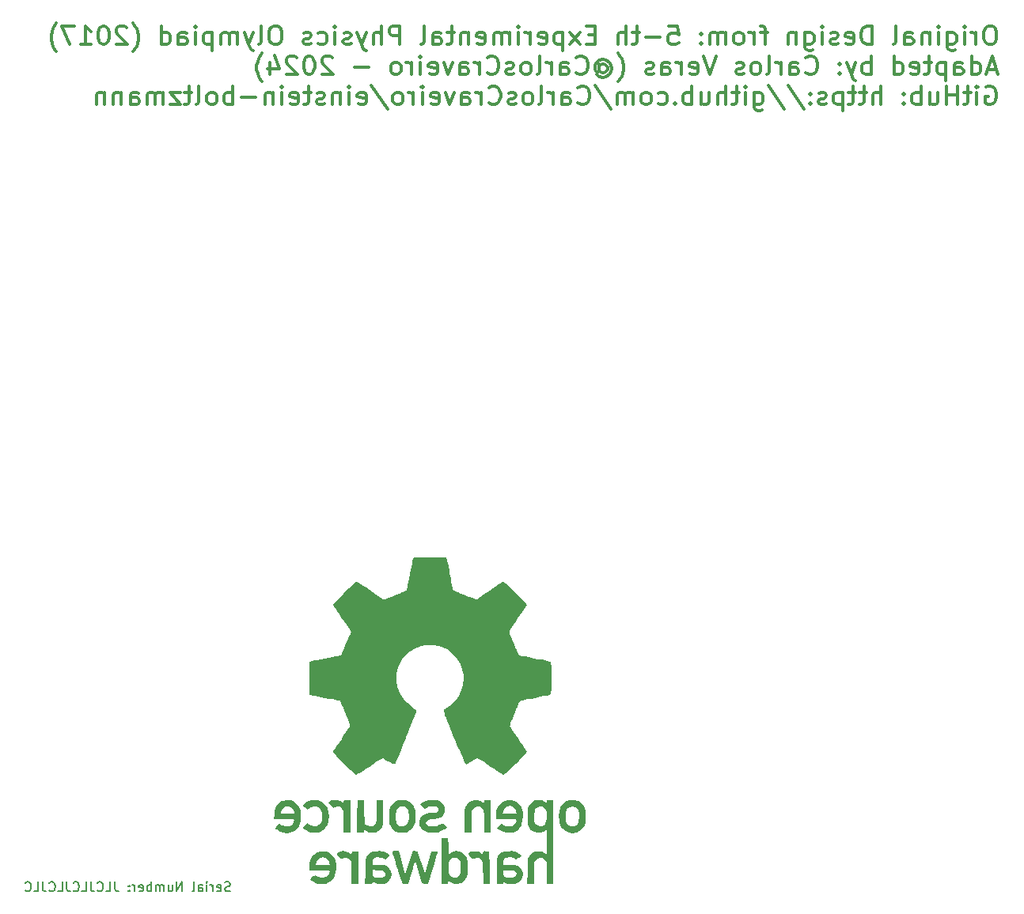
<source format=gbr>
%TF.GenerationSoftware,KiCad,Pcbnew,7.0.11*%
%TF.CreationDate,2024-08-16T00:00:06-03:00*%
%TF.ProjectId,main-board,6d61696e-2d62-46f6-9172-642e6b696361,0.1*%
%TF.SameCoordinates,Original*%
%TF.FileFunction,Legend,Bot*%
%TF.FilePolarity,Positive*%
%FSLAX46Y46*%
G04 Gerber Fmt 4.6, Leading zero omitted, Abs format (unit mm)*
G04 Created by KiCad (PCBNEW 7.0.11) date 2024-08-16 00:00:06*
%MOMM*%
%LPD*%
G01*
G04 APERTURE LIST*
%ADD10C,0.200000*%
%ADD11C,0.300000*%
G04 APERTURE END LIST*
D10*
X94477945Y-152019600D02*
X94335088Y-152067219D01*
X94335088Y-152067219D02*
X94096993Y-152067219D01*
X94096993Y-152067219D02*
X94001755Y-152019600D01*
X94001755Y-152019600D02*
X93954136Y-151971980D01*
X93954136Y-151971980D02*
X93906517Y-151876742D01*
X93906517Y-151876742D02*
X93906517Y-151781504D01*
X93906517Y-151781504D02*
X93954136Y-151686266D01*
X93954136Y-151686266D02*
X94001755Y-151638647D01*
X94001755Y-151638647D02*
X94096993Y-151591028D01*
X94096993Y-151591028D02*
X94287469Y-151543409D01*
X94287469Y-151543409D02*
X94382707Y-151495790D01*
X94382707Y-151495790D02*
X94430326Y-151448171D01*
X94430326Y-151448171D02*
X94477945Y-151352933D01*
X94477945Y-151352933D02*
X94477945Y-151257695D01*
X94477945Y-151257695D02*
X94430326Y-151162457D01*
X94430326Y-151162457D02*
X94382707Y-151114838D01*
X94382707Y-151114838D02*
X94287469Y-151067219D01*
X94287469Y-151067219D02*
X94049374Y-151067219D01*
X94049374Y-151067219D02*
X93906517Y-151114838D01*
X93096993Y-152019600D02*
X93192231Y-152067219D01*
X93192231Y-152067219D02*
X93382707Y-152067219D01*
X93382707Y-152067219D02*
X93477945Y-152019600D01*
X93477945Y-152019600D02*
X93525564Y-151924361D01*
X93525564Y-151924361D02*
X93525564Y-151543409D01*
X93525564Y-151543409D02*
X93477945Y-151448171D01*
X93477945Y-151448171D02*
X93382707Y-151400552D01*
X93382707Y-151400552D02*
X93192231Y-151400552D01*
X93192231Y-151400552D02*
X93096993Y-151448171D01*
X93096993Y-151448171D02*
X93049374Y-151543409D01*
X93049374Y-151543409D02*
X93049374Y-151638647D01*
X93049374Y-151638647D02*
X93525564Y-151733885D01*
X92620802Y-152067219D02*
X92620802Y-151400552D01*
X92620802Y-151591028D02*
X92573183Y-151495790D01*
X92573183Y-151495790D02*
X92525564Y-151448171D01*
X92525564Y-151448171D02*
X92430326Y-151400552D01*
X92430326Y-151400552D02*
X92335088Y-151400552D01*
X92001754Y-152067219D02*
X92001754Y-151400552D01*
X92001754Y-151067219D02*
X92049373Y-151114838D01*
X92049373Y-151114838D02*
X92001754Y-151162457D01*
X92001754Y-151162457D02*
X91954135Y-151114838D01*
X91954135Y-151114838D02*
X92001754Y-151067219D01*
X92001754Y-151067219D02*
X92001754Y-151162457D01*
X91096993Y-152067219D02*
X91096993Y-151543409D01*
X91096993Y-151543409D02*
X91144612Y-151448171D01*
X91144612Y-151448171D02*
X91239850Y-151400552D01*
X91239850Y-151400552D02*
X91430326Y-151400552D01*
X91430326Y-151400552D02*
X91525564Y-151448171D01*
X91096993Y-152019600D02*
X91192231Y-152067219D01*
X91192231Y-152067219D02*
X91430326Y-152067219D01*
X91430326Y-152067219D02*
X91525564Y-152019600D01*
X91525564Y-152019600D02*
X91573183Y-151924361D01*
X91573183Y-151924361D02*
X91573183Y-151829123D01*
X91573183Y-151829123D02*
X91525564Y-151733885D01*
X91525564Y-151733885D02*
X91430326Y-151686266D01*
X91430326Y-151686266D02*
X91192231Y-151686266D01*
X91192231Y-151686266D02*
X91096993Y-151638647D01*
X90477945Y-152067219D02*
X90573183Y-152019600D01*
X90573183Y-152019600D02*
X90620802Y-151924361D01*
X90620802Y-151924361D02*
X90620802Y-151067219D01*
X89335087Y-152067219D02*
X89335087Y-151067219D01*
X89335087Y-151067219D02*
X88763659Y-152067219D01*
X88763659Y-152067219D02*
X88763659Y-151067219D01*
X87858897Y-151400552D02*
X87858897Y-152067219D01*
X88287468Y-151400552D02*
X88287468Y-151924361D01*
X88287468Y-151924361D02*
X88239849Y-152019600D01*
X88239849Y-152019600D02*
X88144611Y-152067219D01*
X88144611Y-152067219D02*
X88001754Y-152067219D01*
X88001754Y-152067219D02*
X87906516Y-152019600D01*
X87906516Y-152019600D02*
X87858897Y-151971980D01*
X87382706Y-152067219D02*
X87382706Y-151400552D01*
X87382706Y-151495790D02*
X87335087Y-151448171D01*
X87335087Y-151448171D02*
X87239849Y-151400552D01*
X87239849Y-151400552D02*
X87096992Y-151400552D01*
X87096992Y-151400552D02*
X87001754Y-151448171D01*
X87001754Y-151448171D02*
X86954135Y-151543409D01*
X86954135Y-151543409D02*
X86954135Y-152067219D01*
X86954135Y-151543409D02*
X86906516Y-151448171D01*
X86906516Y-151448171D02*
X86811278Y-151400552D01*
X86811278Y-151400552D02*
X86668421Y-151400552D01*
X86668421Y-151400552D02*
X86573182Y-151448171D01*
X86573182Y-151448171D02*
X86525563Y-151543409D01*
X86525563Y-151543409D02*
X86525563Y-152067219D01*
X86049373Y-152067219D02*
X86049373Y-151067219D01*
X86049373Y-151448171D02*
X85954135Y-151400552D01*
X85954135Y-151400552D02*
X85763659Y-151400552D01*
X85763659Y-151400552D02*
X85668421Y-151448171D01*
X85668421Y-151448171D02*
X85620802Y-151495790D01*
X85620802Y-151495790D02*
X85573183Y-151591028D01*
X85573183Y-151591028D02*
X85573183Y-151876742D01*
X85573183Y-151876742D02*
X85620802Y-151971980D01*
X85620802Y-151971980D02*
X85668421Y-152019600D01*
X85668421Y-152019600D02*
X85763659Y-152067219D01*
X85763659Y-152067219D02*
X85954135Y-152067219D01*
X85954135Y-152067219D02*
X86049373Y-152019600D01*
X84763659Y-152019600D02*
X84858897Y-152067219D01*
X84858897Y-152067219D02*
X85049373Y-152067219D01*
X85049373Y-152067219D02*
X85144611Y-152019600D01*
X85144611Y-152019600D02*
X85192230Y-151924361D01*
X85192230Y-151924361D02*
X85192230Y-151543409D01*
X85192230Y-151543409D02*
X85144611Y-151448171D01*
X85144611Y-151448171D02*
X85049373Y-151400552D01*
X85049373Y-151400552D02*
X84858897Y-151400552D01*
X84858897Y-151400552D02*
X84763659Y-151448171D01*
X84763659Y-151448171D02*
X84716040Y-151543409D01*
X84716040Y-151543409D02*
X84716040Y-151638647D01*
X84716040Y-151638647D02*
X85192230Y-151733885D01*
X84287468Y-152067219D02*
X84287468Y-151400552D01*
X84287468Y-151591028D02*
X84239849Y-151495790D01*
X84239849Y-151495790D02*
X84192230Y-151448171D01*
X84192230Y-151448171D02*
X84096992Y-151400552D01*
X84096992Y-151400552D02*
X84001754Y-151400552D01*
X83668420Y-151971980D02*
X83620801Y-152019600D01*
X83620801Y-152019600D02*
X83668420Y-152067219D01*
X83668420Y-152067219D02*
X83716039Y-152019600D01*
X83716039Y-152019600D02*
X83668420Y-151971980D01*
X83668420Y-151971980D02*
X83668420Y-152067219D01*
X83668420Y-151448171D02*
X83620801Y-151495790D01*
X83620801Y-151495790D02*
X83668420Y-151543409D01*
X83668420Y-151543409D02*
X83716039Y-151495790D01*
X83716039Y-151495790D02*
X83668420Y-151448171D01*
X83668420Y-151448171D02*
X83668420Y-151543409D01*
X82144612Y-151067219D02*
X82144612Y-151781504D01*
X82144612Y-151781504D02*
X82192231Y-151924361D01*
X82192231Y-151924361D02*
X82287469Y-152019600D01*
X82287469Y-152019600D02*
X82430326Y-152067219D01*
X82430326Y-152067219D02*
X82525564Y-152067219D01*
X81192231Y-152067219D02*
X81668421Y-152067219D01*
X81668421Y-152067219D02*
X81668421Y-151067219D01*
X80287469Y-151971980D02*
X80335088Y-152019600D01*
X80335088Y-152019600D02*
X80477945Y-152067219D01*
X80477945Y-152067219D02*
X80573183Y-152067219D01*
X80573183Y-152067219D02*
X80716040Y-152019600D01*
X80716040Y-152019600D02*
X80811278Y-151924361D01*
X80811278Y-151924361D02*
X80858897Y-151829123D01*
X80858897Y-151829123D02*
X80906516Y-151638647D01*
X80906516Y-151638647D02*
X80906516Y-151495790D01*
X80906516Y-151495790D02*
X80858897Y-151305314D01*
X80858897Y-151305314D02*
X80811278Y-151210076D01*
X80811278Y-151210076D02*
X80716040Y-151114838D01*
X80716040Y-151114838D02*
X80573183Y-151067219D01*
X80573183Y-151067219D02*
X80477945Y-151067219D01*
X80477945Y-151067219D02*
X80335088Y-151114838D01*
X80335088Y-151114838D02*
X80287469Y-151162457D01*
X79573183Y-151067219D02*
X79573183Y-151781504D01*
X79573183Y-151781504D02*
X79620802Y-151924361D01*
X79620802Y-151924361D02*
X79716040Y-152019600D01*
X79716040Y-152019600D02*
X79858897Y-152067219D01*
X79858897Y-152067219D02*
X79954135Y-152067219D01*
X78620802Y-152067219D02*
X79096992Y-152067219D01*
X79096992Y-152067219D02*
X79096992Y-151067219D01*
X77716040Y-151971980D02*
X77763659Y-152019600D01*
X77763659Y-152019600D02*
X77906516Y-152067219D01*
X77906516Y-152067219D02*
X78001754Y-152067219D01*
X78001754Y-152067219D02*
X78144611Y-152019600D01*
X78144611Y-152019600D02*
X78239849Y-151924361D01*
X78239849Y-151924361D02*
X78287468Y-151829123D01*
X78287468Y-151829123D02*
X78335087Y-151638647D01*
X78335087Y-151638647D02*
X78335087Y-151495790D01*
X78335087Y-151495790D02*
X78287468Y-151305314D01*
X78287468Y-151305314D02*
X78239849Y-151210076D01*
X78239849Y-151210076D02*
X78144611Y-151114838D01*
X78144611Y-151114838D02*
X78001754Y-151067219D01*
X78001754Y-151067219D02*
X77906516Y-151067219D01*
X77906516Y-151067219D02*
X77763659Y-151114838D01*
X77763659Y-151114838D02*
X77716040Y-151162457D01*
X77001754Y-151067219D02*
X77001754Y-151781504D01*
X77001754Y-151781504D02*
X77049373Y-151924361D01*
X77049373Y-151924361D02*
X77144611Y-152019600D01*
X77144611Y-152019600D02*
X77287468Y-152067219D01*
X77287468Y-152067219D02*
X77382706Y-152067219D01*
X76049373Y-152067219D02*
X76525563Y-152067219D01*
X76525563Y-152067219D02*
X76525563Y-151067219D01*
X75144611Y-151971980D02*
X75192230Y-152019600D01*
X75192230Y-152019600D02*
X75335087Y-152067219D01*
X75335087Y-152067219D02*
X75430325Y-152067219D01*
X75430325Y-152067219D02*
X75573182Y-152019600D01*
X75573182Y-152019600D02*
X75668420Y-151924361D01*
X75668420Y-151924361D02*
X75716039Y-151829123D01*
X75716039Y-151829123D02*
X75763658Y-151638647D01*
X75763658Y-151638647D02*
X75763658Y-151495790D01*
X75763658Y-151495790D02*
X75716039Y-151305314D01*
X75716039Y-151305314D02*
X75668420Y-151210076D01*
X75668420Y-151210076D02*
X75573182Y-151114838D01*
X75573182Y-151114838D02*
X75430325Y-151067219D01*
X75430325Y-151067219D02*
X75335087Y-151067219D01*
X75335087Y-151067219D02*
X75192230Y-151114838D01*
X75192230Y-151114838D02*
X75144611Y-151162457D01*
X74430325Y-151067219D02*
X74430325Y-151781504D01*
X74430325Y-151781504D02*
X74477944Y-151924361D01*
X74477944Y-151924361D02*
X74573182Y-152019600D01*
X74573182Y-152019600D02*
X74716039Y-152067219D01*
X74716039Y-152067219D02*
X74811277Y-152067219D01*
X73477944Y-152067219D02*
X73954134Y-152067219D01*
X73954134Y-152067219D02*
X73954134Y-151067219D01*
X72573182Y-151971980D02*
X72620801Y-152019600D01*
X72620801Y-152019600D02*
X72763658Y-152067219D01*
X72763658Y-152067219D02*
X72858896Y-152067219D01*
X72858896Y-152067219D02*
X73001753Y-152019600D01*
X73001753Y-152019600D02*
X73096991Y-151924361D01*
X73096991Y-151924361D02*
X73144610Y-151829123D01*
X73144610Y-151829123D02*
X73192229Y-151638647D01*
X73192229Y-151638647D02*
X73192229Y-151495790D01*
X73192229Y-151495790D02*
X73144610Y-151305314D01*
X73144610Y-151305314D02*
X73096991Y-151210076D01*
X73096991Y-151210076D02*
X73001753Y-151114838D01*
X73001753Y-151114838D02*
X72858896Y-151067219D01*
X72858896Y-151067219D02*
X72763658Y-151067219D01*
X72763658Y-151067219D02*
X72620801Y-151114838D01*
X72620801Y-151114838D02*
X72573182Y-151162457D01*
D11*
X175995489Y-59399638D02*
X175614536Y-59399638D01*
X175614536Y-59399638D02*
X175424060Y-59494876D01*
X175424060Y-59494876D02*
X175233584Y-59685352D01*
X175233584Y-59685352D02*
X175138346Y-60066304D01*
X175138346Y-60066304D02*
X175138346Y-60732971D01*
X175138346Y-60732971D02*
X175233584Y-61113923D01*
X175233584Y-61113923D02*
X175424060Y-61304400D01*
X175424060Y-61304400D02*
X175614536Y-61399638D01*
X175614536Y-61399638D02*
X175995489Y-61399638D01*
X175995489Y-61399638D02*
X176185965Y-61304400D01*
X176185965Y-61304400D02*
X176376441Y-61113923D01*
X176376441Y-61113923D02*
X176471679Y-60732971D01*
X176471679Y-60732971D02*
X176471679Y-60066304D01*
X176471679Y-60066304D02*
X176376441Y-59685352D01*
X176376441Y-59685352D02*
X176185965Y-59494876D01*
X176185965Y-59494876D02*
X175995489Y-59399638D01*
X174281203Y-61399638D02*
X174281203Y-60066304D01*
X174281203Y-60447257D02*
X174185965Y-60256780D01*
X174185965Y-60256780D02*
X174090727Y-60161542D01*
X174090727Y-60161542D02*
X173900251Y-60066304D01*
X173900251Y-60066304D02*
X173709774Y-60066304D01*
X173043108Y-61399638D02*
X173043108Y-60066304D01*
X173043108Y-59399638D02*
X173138346Y-59494876D01*
X173138346Y-59494876D02*
X173043108Y-59590114D01*
X173043108Y-59590114D02*
X172947870Y-59494876D01*
X172947870Y-59494876D02*
X173043108Y-59399638D01*
X173043108Y-59399638D02*
X173043108Y-59590114D01*
X171233584Y-60066304D02*
X171233584Y-61685352D01*
X171233584Y-61685352D02*
X171328822Y-61875828D01*
X171328822Y-61875828D02*
X171424060Y-61971066D01*
X171424060Y-61971066D02*
X171614537Y-62066304D01*
X171614537Y-62066304D02*
X171900251Y-62066304D01*
X171900251Y-62066304D02*
X172090727Y-61971066D01*
X171233584Y-61304400D02*
X171424060Y-61399638D01*
X171424060Y-61399638D02*
X171805013Y-61399638D01*
X171805013Y-61399638D02*
X171995489Y-61304400D01*
X171995489Y-61304400D02*
X172090727Y-61209161D01*
X172090727Y-61209161D02*
X172185965Y-61018685D01*
X172185965Y-61018685D02*
X172185965Y-60447257D01*
X172185965Y-60447257D02*
X172090727Y-60256780D01*
X172090727Y-60256780D02*
X171995489Y-60161542D01*
X171995489Y-60161542D02*
X171805013Y-60066304D01*
X171805013Y-60066304D02*
X171424060Y-60066304D01*
X171424060Y-60066304D02*
X171233584Y-60161542D01*
X170281203Y-61399638D02*
X170281203Y-60066304D01*
X170281203Y-59399638D02*
X170376441Y-59494876D01*
X170376441Y-59494876D02*
X170281203Y-59590114D01*
X170281203Y-59590114D02*
X170185965Y-59494876D01*
X170185965Y-59494876D02*
X170281203Y-59399638D01*
X170281203Y-59399638D02*
X170281203Y-59590114D01*
X169328822Y-60066304D02*
X169328822Y-61399638D01*
X169328822Y-60256780D02*
X169233584Y-60161542D01*
X169233584Y-60161542D02*
X169043108Y-60066304D01*
X169043108Y-60066304D02*
X168757393Y-60066304D01*
X168757393Y-60066304D02*
X168566917Y-60161542D01*
X168566917Y-60161542D02*
X168471679Y-60352019D01*
X168471679Y-60352019D02*
X168471679Y-61399638D01*
X166662155Y-61399638D02*
X166662155Y-60352019D01*
X166662155Y-60352019D02*
X166757393Y-60161542D01*
X166757393Y-60161542D02*
X166947869Y-60066304D01*
X166947869Y-60066304D02*
X167328822Y-60066304D01*
X167328822Y-60066304D02*
X167519298Y-60161542D01*
X166662155Y-61304400D02*
X166852631Y-61399638D01*
X166852631Y-61399638D02*
X167328822Y-61399638D01*
X167328822Y-61399638D02*
X167519298Y-61304400D01*
X167519298Y-61304400D02*
X167614536Y-61113923D01*
X167614536Y-61113923D02*
X167614536Y-60923447D01*
X167614536Y-60923447D02*
X167519298Y-60732971D01*
X167519298Y-60732971D02*
X167328822Y-60637733D01*
X167328822Y-60637733D02*
X166852631Y-60637733D01*
X166852631Y-60637733D02*
X166662155Y-60542495D01*
X165424060Y-61399638D02*
X165614536Y-61304400D01*
X165614536Y-61304400D02*
X165709774Y-61113923D01*
X165709774Y-61113923D02*
X165709774Y-59399638D01*
X163138345Y-61399638D02*
X163138345Y-59399638D01*
X163138345Y-59399638D02*
X162662155Y-59399638D01*
X162662155Y-59399638D02*
X162376440Y-59494876D01*
X162376440Y-59494876D02*
X162185964Y-59685352D01*
X162185964Y-59685352D02*
X162090726Y-59875828D01*
X162090726Y-59875828D02*
X161995488Y-60256780D01*
X161995488Y-60256780D02*
X161995488Y-60542495D01*
X161995488Y-60542495D02*
X162090726Y-60923447D01*
X162090726Y-60923447D02*
X162185964Y-61113923D01*
X162185964Y-61113923D02*
X162376440Y-61304400D01*
X162376440Y-61304400D02*
X162662155Y-61399638D01*
X162662155Y-61399638D02*
X163138345Y-61399638D01*
X160376440Y-61304400D02*
X160566916Y-61399638D01*
X160566916Y-61399638D02*
X160947869Y-61399638D01*
X160947869Y-61399638D02*
X161138345Y-61304400D01*
X161138345Y-61304400D02*
X161233583Y-61113923D01*
X161233583Y-61113923D02*
X161233583Y-60352019D01*
X161233583Y-60352019D02*
X161138345Y-60161542D01*
X161138345Y-60161542D02*
X160947869Y-60066304D01*
X160947869Y-60066304D02*
X160566916Y-60066304D01*
X160566916Y-60066304D02*
X160376440Y-60161542D01*
X160376440Y-60161542D02*
X160281202Y-60352019D01*
X160281202Y-60352019D02*
X160281202Y-60542495D01*
X160281202Y-60542495D02*
X161233583Y-60732971D01*
X159519297Y-61304400D02*
X159328821Y-61399638D01*
X159328821Y-61399638D02*
X158947869Y-61399638D01*
X158947869Y-61399638D02*
X158757392Y-61304400D01*
X158757392Y-61304400D02*
X158662154Y-61113923D01*
X158662154Y-61113923D02*
X158662154Y-61018685D01*
X158662154Y-61018685D02*
X158757392Y-60828209D01*
X158757392Y-60828209D02*
X158947869Y-60732971D01*
X158947869Y-60732971D02*
X159233583Y-60732971D01*
X159233583Y-60732971D02*
X159424059Y-60637733D01*
X159424059Y-60637733D02*
X159519297Y-60447257D01*
X159519297Y-60447257D02*
X159519297Y-60352019D01*
X159519297Y-60352019D02*
X159424059Y-60161542D01*
X159424059Y-60161542D02*
X159233583Y-60066304D01*
X159233583Y-60066304D02*
X158947869Y-60066304D01*
X158947869Y-60066304D02*
X158757392Y-60161542D01*
X157805011Y-61399638D02*
X157805011Y-60066304D01*
X157805011Y-59399638D02*
X157900249Y-59494876D01*
X157900249Y-59494876D02*
X157805011Y-59590114D01*
X157805011Y-59590114D02*
X157709773Y-59494876D01*
X157709773Y-59494876D02*
X157805011Y-59399638D01*
X157805011Y-59399638D02*
X157805011Y-59590114D01*
X155995487Y-60066304D02*
X155995487Y-61685352D01*
X155995487Y-61685352D02*
X156090725Y-61875828D01*
X156090725Y-61875828D02*
X156185963Y-61971066D01*
X156185963Y-61971066D02*
X156376440Y-62066304D01*
X156376440Y-62066304D02*
X156662154Y-62066304D01*
X156662154Y-62066304D02*
X156852630Y-61971066D01*
X155995487Y-61304400D02*
X156185963Y-61399638D01*
X156185963Y-61399638D02*
X156566916Y-61399638D01*
X156566916Y-61399638D02*
X156757392Y-61304400D01*
X156757392Y-61304400D02*
X156852630Y-61209161D01*
X156852630Y-61209161D02*
X156947868Y-61018685D01*
X156947868Y-61018685D02*
X156947868Y-60447257D01*
X156947868Y-60447257D02*
X156852630Y-60256780D01*
X156852630Y-60256780D02*
X156757392Y-60161542D01*
X156757392Y-60161542D02*
X156566916Y-60066304D01*
X156566916Y-60066304D02*
X156185963Y-60066304D01*
X156185963Y-60066304D02*
X155995487Y-60161542D01*
X155043106Y-60066304D02*
X155043106Y-61399638D01*
X155043106Y-60256780D02*
X154947868Y-60161542D01*
X154947868Y-60161542D02*
X154757392Y-60066304D01*
X154757392Y-60066304D02*
X154471677Y-60066304D01*
X154471677Y-60066304D02*
X154281201Y-60161542D01*
X154281201Y-60161542D02*
X154185963Y-60352019D01*
X154185963Y-60352019D02*
X154185963Y-61399638D01*
X151995486Y-60066304D02*
X151233582Y-60066304D01*
X151709772Y-61399638D02*
X151709772Y-59685352D01*
X151709772Y-59685352D02*
X151614534Y-59494876D01*
X151614534Y-59494876D02*
X151424058Y-59399638D01*
X151424058Y-59399638D02*
X151233582Y-59399638D01*
X150566915Y-61399638D02*
X150566915Y-60066304D01*
X150566915Y-60447257D02*
X150471677Y-60256780D01*
X150471677Y-60256780D02*
X150376439Y-60161542D01*
X150376439Y-60161542D02*
X150185963Y-60066304D01*
X150185963Y-60066304D02*
X149995486Y-60066304D01*
X149043106Y-61399638D02*
X149233582Y-61304400D01*
X149233582Y-61304400D02*
X149328820Y-61209161D01*
X149328820Y-61209161D02*
X149424058Y-61018685D01*
X149424058Y-61018685D02*
X149424058Y-60447257D01*
X149424058Y-60447257D02*
X149328820Y-60256780D01*
X149328820Y-60256780D02*
X149233582Y-60161542D01*
X149233582Y-60161542D02*
X149043106Y-60066304D01*
X149043106Y-60066304D02*
X148757391Y-60066304D01*
X148757391Y-60066304D02*
X148566915Y-60161542D01*
X148566915Y-60161542D02*
X148471677Y-60256780D01*
X148471677Y-60256780D02*
X148376439Y-60447257D01*
X148376439Y-60447257D02*
X148376439Y-61018685D01*
X148376439Y-61018685D02*
X148471677Y-61209161D01*
X148471677Y-61209161D02*
X148566915Y-61304400D01*
X148566915Y-61304400D02*
X148757391Y-61399638D01*
X148757391Y-61399638D02*
X149043106Y-61399638D01*
X147519296Y-61399638D02*
X147519296Y-60066304D01*
X147519296Y-60256780D02*
X147424058Y-60161542D01*
X147424058Y-60161542D02*
X147233582Y-60066304D01*
X147233582Y-60066304D02*
X146947867Y-60066304D01*
X146947867Y-60066304D02*
X146757391Y-60161542D01*
X146757391Y-60161542D02*
X146662153Y-60352019D01*
X146662153Y-60352019D02*
X146662153Y-61399638D01*
X146662153Y-60352019D02*
X146566915Y-60161542D01*
X146566915Y-60161542D02*
X146376439Y-60066304D01*
X146376439Y-60066304D02*
X146090725Y-60066304D01*
X146090725Y-60066304D02*
X145900248Y-60161542D01*
X145900248Y-60161542D02*
X145805010Y-60352019D01*
X145805010Y-60352019D02*
X145805010Y-61399638D01*
X144852629Y-61209161D02*
X144757391Y-61304400D01*
X144757391Y-61304400D02*
X144852629Y-61399638D01*
X144852629Y-61399638D02*
X144947867Y-61304400D01*
X144947867Y-61304400D02*
X144852629Y-61209161D01*
X144852629Y-61209161D02*
X144852629Y-61399638D01*
X144852629Y-60161542D02*
X144757391Y-60256780D01*
X144757391Y-60256780D02*
X144852629Y-60352019D01*
X144852629Y-60352019D02*
X144947867Y-60256780D01*
X144947867Y-60256780D02*
X144852629Y-60161542D01*
X144852629Y-60161542D02*
X144852629Y-60352019D01*
X141424057Y-59399638D02*
X142376438Y-59399638D01*
X142376438Y-59399638D02*
X142471676Y-60352019D01*
X142471676Y-60352019D02*
X142376438Y-60256780D01*
X142376438Y-60256780D02*
X142185962Y-60161542D01*
X142185962Y-60161542D02*
X141709771Y-60161542D01*
X141709771Y-60161542D02*
X141519295Y-60256780D01*
X141519295Y-60256780D02*
X141424057Y-60352019D01*
X141424057Y-60352019D02*
X141328819Y-60542495D01*
X141328819Y-60542495D02*
X141328819Y-61018685D01*
X141328819Y-61018685D02*
X141424057Y-61209161D01*
X141424057Y-61209161D02*
X141519295Y-61304400D01*
X141519295Y-61304400D02*
X141709771Y-61399638D01*
X141709771Y-61399638D02*
X142185962Y-61399638D01*
X142185962Y-61399638D02*
X142376438Y-61304400D01*
X142376438Y-61304400D02*
X142471676Y-61209161D01*
X140471676Y-60637733D02*
X138947867Y-60637733D01*
X138281200Y-60066304D02*
X137519296Y-60066304D01*
X137995486Y-59399638D02*
X137995486Y-61113923D01*
X137995486Y-61113923D02*
X137900248Y-61304400D01*
X137900248Y-61304400D02*
X137709772Y-61399638D01*
X137709772Y-61399638D02*
X137519296Y-61399638D01*
X136852629Y-61399638D02*
X136852629Y-59399638D01*
X135995486Y-61399638D02*
X135995486Y-60352019D01*
X135995486Y-60352019D02*
X136090724Y-60161542D01*
X136090724Y-60161542D02*
X136281200Y-60066304D01*
X136281200Y-60066304D02*
X136566915Y-60066304D01*
X136566915Y-60066304D02*
X136757391Y-60161542D01*
X136757391Y-60161542D02*
X136852629Y-60256780D01*
X133519295Y-60352019D02*
X132852628Y-60352019D01*
X132566914Y-61399638D02*
X133519295Y-61399638D01*
X133519295Y-61399638D02*
X133519295Y-59399638D01*
X133519295Y-59399638D02*
X132566914Y-59399638D01*
X131900247Y-61399638D02*
X130852628Y-60066304D01*
X131900247Y-60066304D02*
X130852628Y-61399638D01*
X130090723Y-60066304D02*
X130090723Y-62066304D01*
X130090723Y-60161542D02*
X129900247Y-60066304D01*
X129900247Y-60066304D02*
X129519294Y-60066304D01*
X129519294Y-60066304D02*
X129328818Y-60161542D01*
X129328818Y-60161542D02*
X129233580Y-60256780D01*
X129233580Y-60256780D02*
X129138342Y-60447257D01*
X129138342Y-60447257D02*
X129138342Y-61018685D01*
X129138342Y-61018685D02*
X129233580Y-61209161D01*
X129233580Y-61209161D02*
X129328818Y-61304400D01*
X129328818Y-61304400D02*
X129519294Y-61399638D01*
X129519294Y-61399638D02*
X129900247Y-61399638D01*
X129900247Y-61399638D02*
X130090723Y-61304400D01*
X127519294Y-61304400D02*
X127709770Y-61399638D01*
X127709770Y-61399638D02*
X128090723Y-61399638D01*
X128090723Y-61399638D02*
X128281199Y-61304400D01*
X128281199Y-61304400D02*
X128376437Y-61113923D01*
X128376437Y-61113923D02*
X128376437Y-60352019D01*
X128376437Y-60352019D02*
X128281199Y-60161542D01*
X128281199Y-60161542D02*
X128090723Y-60066304D01*
X128090723Y-60066304D02*
X127709770Y-60066304D01*
X127709770Y-60066304D02*
X127519294Y-60161542D01*
X127519294Y-60161542D02*
X127424056Y-60352019D01*
X127424056Y-60352019D02*
X127424056Y-60542495D01*
X127424056Y-60542495D02*
X128376437Y-60732971D01*
X126566913Y-61399638D02*
X126566913Y-60066304D01*
X126566913Y-60447257D02*
X126471675Y-60256780D01*
X126471675Y-60256780D02*
X126376437Y-60161542D01*
X126376437Y-60161542D02*
X126185961Y-60066304D01*
X126185961Y-60066304D02*
X125995484Y-60066304D01*
X125328818Y-61399638D02*
X125328818Y-60066304D01*
X125328818Y-59399638D02*
X125424056Y-59494876D01*
X125424056Y-59494876D02*
X125328818Y-59590114D01*
X125328818Y-59590114D02*
X125233580Y-59494876D01*
X125233580Y-59494876D02*
X125328818Y-59399638D01*
X125328818Y-59399638D02*
X125328818Y-59590114D01*
X124376437Y-61399638D02*
X124376437Y-60066304D01*
X124376437Y-60256780D02*
X124281199Y-60161542D01*
X124281199Y-60161542D02*
X124090723Y-60066304D01*
X124090723Y-60066304D02*
X123805008Y-60066304D01*
X123805008Y-60066304D02*
X123614532Y-60161542D01*
X123614532Y-60161542D02*
X123519294Y-60352019D01*
X123519294Y-60352019D02*
X123519294Y-61399638D01*
X123519294Y-60352019D02*
X123424056Y-60161542D01*
X123424056Y-60161542D02*
X123233580Y-60066304D01*
X123233580Y-60066304D02*
X122947866Y-60066304D01*
X122947866Y-60066304D02*
X122757389Y-60161542D01*
X122757389Y-60161542D02*
X122662151Y-60352019D01*
X122662151Y-60352019D02*
X122662151Y-61399638D01*
X120947865Y-61304400D02*
X121138341Y-61399638D01*
X121138341Y-61399638D02*
X121519294Y-61399638D01*
X121519294Y-61399638D02*
X121709770Y-61304400D01*
X121709770Y-61304400D02*
X121805008Y-61113923D01*
X121805008Y-61113923D02*
X121805008Y-60352019D01*
X121805008Y-60352019D02*
X121709770Y-60161542D01*
X121709770Y-60161542D02*
X121519294Y-60066304D01*
X121519294Y-60066304D02*
X121138341Y-60066304D01*
X121138341Y-60066304D02*
X120947865Y-60161542D01*
X120947865Y-60161542D02*
X120852627Y-60352019D01*
X120852627Y-60352019D02*
X120852627Y-60542495D01*
X120852627Y-60542495D02*
X121805008Y-60732971D01*
X119995484Y-60066304D02*
X119995484Y-61399638D01*
X119995484Y-60256780D02*
X119900246Y-60161542D01*
X119900246Y-60161542D02*
X119709770Y-60066304D01*
X119709770Y-60066304D02*
X119424055Y-60066304D01*
X119424055Y-60066304D02*
X119233579Y-60161542D01*
X119233579Y-60161542D02*
X119138341Y-60352019D01*
X119138341Y-60352019D02*
X119138341Y-61399638D01*
X118471674Y-60066304D02*
X117709770Y-60066304D01*
X118185960Y-59399638D02*
X118185960Y-61113923D01*
X118185960Y-61113923D02*
X118090722Y-61304400D01*
X118090722Y-61304400D02*
X117900246Y-61399638D01*
X117900246Y-61399638D02*
X117709770Y-61399638D01*
X116185960Y-61399638D02*
X116185960Y-60352019D01*
X116185960Y-60352019D02*
X116281198Y-60161542D01*
X116281198Y-60161542D02*
X116471674Y-60066304D01*
X116471674Y-60066304D02*
X116852627Y-60066304D01*
X116852627Y-60066304D02*
X117043103Y-60161542D01*
X116185960Y-61304400D02*
X116376436Y-61399638D01*
X116376436Y-61399638D02*
X116852627Y-61399638D01*
X116852627Y-61399638D02*
X117043103Y-61304400D01*
X117043103Y-61304400D02*
X117138341Y-61113923D01*
X117138341Y-61113923D02*
X117138341Y-60923447D01*
X117138341Y-60923447D02*
X117043103Y-60732971D01*
X117043103Y-60732971D02*
X116852627Y-60637733D01*
X116852627Y-60637733D02*
X116376436Y-60637733D01*
X116376436Y-60637733D02*
X116185960Y-60542495D01*
X114947865Y-61399638D02*
X115138341Y-61304400D01*
X115138341Y-61304400D02*
X115233579Y-61113923D01*
X115233579Y-61113923D02*
X115233579Y-59399638D01*
X112662150Y-61399638D02*
X112662150Y-59399638D01*
X112662150Y-59399638D02*
X111900245Y-59399638D01*
X111900245Y-59399638D02*
X111709769Y-59494876D01*
X111709769Y-59494876D02*
X111614531Y-59590114D01*
X111614531Y-59590114D02*
X111519293Y-59780590D01*
X111519293Y-59780590D02*
X111519293Y-60066304D01*
X111519293Y-60066304D02*
X111614531Y-60256780D01*
X111614531Y-60256780D02*
X111709769Y-60352019D01*
X111709769Y-60352019D02*
X111900245Y-60447257D01*
X111900245Y-60447257D02*
X112662150Y-60447257D01*
X110662150Y-61399638D02*
X110662150Y-59399638D01*
X109805007Y-61399638D02*
X109805007Y-60352019D01*
X109805007Y-60352019D02*
X109900245Y-60161542D01*
X109900245Y-60161542D02*
X110090721Y-60066304D01*
X110090721Y-60066304D02*
X110376436Y-60066304D01*
X110376436Y-60066304D02*
X110566912Y-60161542D01*
X110566912Y-60161542D02*
X110662150Y-60256780D01*
X109043102Y-60066304D02*
X108566912Y-61399638D01*
X108090721Y-60066304D02*
X108566912Y-61399638D01*
X108566912Y-61399638D02*
X108757388Y-61875828D01*
X108757388Y-61875828D02*
X108852626Y-61971066D01*
X108852626Y-61971066D02*
X109043102Y-62066304D01*
X107424054Y-61304400D02*
X107233578Y-61399638D01*
X107233578Y-61399638D02*
X106852626Y-61399638D01*
X106852626Y-61399638D02*
X106662149Y-61304400D01*
X106662149Y-61304400D02*
X106566911Y-61113923D01*
X106566911Y-61113923D02*
X106566911Y-61018685D01*
X106566911Y-61018685D02*
X106662149Y-60828209D01*
X106662149Y-60828209D02*
X106852626Y-60732971D01*
X106852626Y-60732971D02*
X107138340Y-60732971D01*
X107138340Y-60732971D02*
X107328816Y-60637733D01*
X107328816Y-60637733D02*
X107424054Y-60447257D01*
X107424054Y-60447257D02*
X107424054Y-60352019D01*
X107424054Y-60352019D02*
X107328816Y-60161542D01*
X107328816Y-60161542D02*
X107138340Y-60066304D01*
X107138340Y-60066304D02*
X106852626Y-60066304D01*
X106852626Y-60066304D02*
X106662149Y-60161542D01*
X105709768Y-61399638D02*
X105709768Y-60066304D01*
X105709768Y-59399638D02*
X105805006Y-59494876D01*
X105805006Y-59494876D02*
X105709768Y-59590114D01*
X105709768Y-59590114D02*
X105614530Y-59494876D01*
X105614530Y-59494876D02*
X105709768Y-59399638D01*
X105709768Y-59399638D02*
X105709768Y-59590114D01*
X103900244Y-61304400D02*
X104090720Y-61399638D01*
X104090720Y-61399638D02*
X104471673Y-61399638D01*
X104471673Y-61399638D02*
X104662149Y-61304400D01*
X104662149Y-61304400D02*
X104757387Y-61209161D01*
X104757387Y-61209161D02*
X104852625Y-61018685D01*
X104852625Y-61018685D02*
X104852625Y-60447257D01*
X104852625Y-60447257D02*
X104757387Y-60256780D01*
X104757387Y-60256780D02*
X104662149Y-60161542D01*
X104662149Y-60161542D02*
X104471673Y-60066304D01*
X104471673Y-60066304D02*
X104090720Y-60066304D01*
X104090720Y-60066304D02*
X103900244Y-60161542D01*
X103138339Y-61304400D02*
X102947863Y-61399638D01*
X102947863Y-61399638D02*
X102566911Y-61399638D01*
X102566911Y-61399638D02*
X102376434Y-61304400D01*
X102376434Y-61304400D02*
X102281196Y-61113923D01*
X102281196Y-61113923D02*
X102281196Y-61018685D01*
X102281196Y-61018685D02*
X102376434Y-60828209D01*
X102376434Y-60828209D02*
X102566911Y-60732971D01*
X102566911Y-60732971D02*
X102852625Y-60732971D01*
X102852625Y-60732971D02*
X103043101Y-60637733D01*
X103043101Y-60637733D02*
X103138339Y-60447257D01*
X103138339Y-60447257D02*
X103138339Y-60352019D01*
X103138339Y-60352019D02*
X103043101Y-60161542D01*
X103043101Y-60161542D02*
X102852625Y-60066304D01*
X102852625Y-60066304D02*
X102566911Y-60066304D01*
X102566911Y-60066304D02*
X102376434Y-60161542D01*
X99519291Y-59399638D02*
X99138338Y-59399638D01*
X99138338Y-59399638D02*
X98947862Y-59494876D01*
X98947862Y-59494876D02*
X98757386Y-59685352D01*
X98757386Y-59685352D02*
X98662148Y-60066304D01*
X98662148Y-60066304D02*
X98662148Y-60732971D01*
X98662148Y-60732971D02*
X98757386Y-61113923D01*
X98757386Y-61113923D02*
X98947862Y-61304400D01*
X98947862Y-61304400D02*
X99138338Y-61399638D01*
X99138338Y-61399638D02*
X99519291Y-61399638D01*
X99519291Y-61399638D02*
X99709767Y-61304400D01*
X99709767Y-61304400D02*
X99900243Y-61113923D01*
X99900243Y-61113923D02*
X99995481Y-60732971D01*
X99995481Y-60732971D02*
X99995481Y-60066304D01*
X99995481Y-60066304D02*
X99900243Y-59685352D01*
X99900243Y-59685352D02*
X99709767Y-59494876D01*
X99709767Y-59494876D02*
X99519291Y-59399638D01*
X97519291Y-61399638D02*
X97709767Y-61304400D01*
X97709767Y-61304400D02*
X97805005Y-61113923D01*
X97805005Y-61113923D02*
X97805005Y-59399638D01*
X96947862Y-60066304D02*
X96471672Y-61399638D01*
X95995481Y-60066304D02*
X96471672Y-61399638D01*
X96471672Y-61399638D02*
X96662148Y-61875828D01*
X96662148Y-61875828D02*
X96757386Y-61971066D01*
X96757386Y-61971066D02*
X96947862Y-62066304D01*
X95233576Y-61399638D02*
X95233576Y-60066304D01*
X95233576Y-60256780D02*
X95138338Y-60161542D01*
X95138338Y-60161542D02*
X94947862Y-60066304D01*
X94947862Y-60066304D02*
X94662147Y-60066304D01*
X94662147Y-60066304D02*
X94471671Y-60161542D01*
X94471671Y-60161542D02*
X94376433Y-60352019D01*
X94376433Y-60352019D02*
X94376433Y-61399638D01*
X94376433Y-60352019D02*
X94281195Y-60161542D01*
X94281195Y-60161542D02*
X94090719Y-60066304D01*
X94090719Y-60066304D02*
X93805005Y-60066304D01*
X93805005Y-60066304D02*
X93614528Y-60161542D01*
X93614528Y-60161542D02*
X93519290Y-60352019D01*
X93519290Y-60352019D02*
X93519290Y-61399638D01*
X92566909Y-60066304D02*
X92566909Y-62066304D01*
X92566909Y-60161542D02*
X92376433Y-60066304D01*
X92376433Y-60066304D02*
X91995480Y-60066304D01*
X91995480Y-60066304D02*
X91805004Y-60161542D01*
X91805004Y-60161542D02*
X91709766Y-60256780D01*
X91709766Y-60256780D02*
X91614528Y-60447257D01*
X91614528Y-60447257D02*
X91614528Y-61018685D01*
X91614528Y-61018685D02*
X91709766Y-61209161D01*
X91709766Y-61209161D02*
X91805004Y-61304400D01*
X91805004Y-61304400D02*
X91995480Y-61399638D01*
X91995480Y-61399638D02*
X92376433Y-61399638D01*
X92376433Y-61399638D02*
X92566909Y-61304400D01*
X90757385Y-61399638D02*
X90757385Y-60066304D01*
X90757385Y-59399638D02*
X90852623Y-59494876D01*
X90852623Y-59494876D02*
X90757385Y-59590114D01*
X90757385Y-59590114D02*
X90662147Y-59494876D01*
X90662147Y-59494876D02*
X90757385Y-59399638D01*
X90757385Y-59399638D02*
X90757385Y-59590114D01*
X88947861Y-61399638D02*
X88947861Y-60352019D01*
X88947861Y-60352019D02*
X89043099Y-60161542D01*
X89043099Y-60161542D02*
X89233575Y-60066304D01*
X89233575Y-60066304D02*
X89614528Y-60066304D01*
X89614528Y-60066304D02*
X89805004Y-60161542D01*
X88947861Y-61304400D02*
X89138337Y-61399638D01*
X89138337Y-61399638D02*
X89614528Y-61399638D01*
X89614528Y-61399638D02*
X89805004Y-61304400D01*
X89805004Y-61304400D02*
X89900242Y-61113923D01*
X89900242Y-61113923D02*
X89900242Y-60923447D01*
X89900242Y-60923447D02*
X89805004Y-60732971D01*
X89805004Y-60732971D02*
X89614528Y-60637733D01*
X89614528Y-60637733D02*
X89138337Y-60637733D01*
X89138337Y-60637733D02*
X88947861Y-60542495D01*
X87138337Y-61399638D02*
X87138337Y-59399638D01*
X87138337Y-61304400D02*
X87328813Y-61399638D01*
X87328813Y-61399638D02*
X87709766Y-61399638D01*
X87709766Y-61399638D02*
X87900242Y-61304400D01*
X87900242Y-61304400D02*
X87995480Y-61209161D01*
X87995480Y-61209161D02*
X88090718Y-61018685D01*
X88090718Y-61018685D02*
X88090718Y-60447257D01*
X88090718Y-60447257D02*
X87995480Y-60256780D01*
X87995480Y-60256780D02*
X87900242Y-60161542D01*
X87900242Y-60161542D02*
X87709766Y-60066304D01*
X87709766Y-60066304D02*
X87328813Y-60066304D01*
X87328813Y-60066304D02*
X87138337Y-60161542D01*
X84090717Y-62161542D02*
X84185956Y-62066304D01*
X84185956Y-62066304D02*
X84376432Y-61780590D01*
X84376432Y-61780590D02*
X84471670Y-61590114D01*
X84471670Y-61590114D02*
X84566908Y-61304400D01*
X84566908Y-61304400D02*
X84662146Y-60828209D01*
X84662146Y-60828209D02*
X84662146Y-60447257D01*
X84662146Y-60447257D02*
X84566908Y-59971066D01*
X84566908Y-59971066D02*
X84471670Y-59685352D01*
X84471670Y-59685352D02*
X84376432Y-59494876D01*
X84376432Y-59494876D02*
X84185956Y-59209161D01*
X84185956Y-59209161D02*
X84090717Y-59113923D01*
X83424051Y-59590114D02*
X83328813Y-59494876D01*
X83328813Y-59494876D02*
X83138337Y-59399638D01*
X83138337Y-59399638D02*
X82662146Y-59399638D01*
X82662146Y-59399638D02*
X82471670Y-59494876D01*
X82471670Y-59494876D02*
X82376432Y-59590114D01*
X82376432Y-59590114D02*
X82281194Y-59780590D01*
X82281194Y-59780590D02*
X82281194Y-59971066D01*
X82281194Y-59971066D02*
X82376432Y-60256780D01*
X82376432Y-60256780D02*
X83519289Y-61399638D01*
X83519289Y-61399638D02*
X82281194Y-61399638D01*
X81043099Y-59399638D02*
X80852622Y-59399638D01*
X80852622Y-59399638D02*
X80662146Y-59494876D01*
X80662146Y-59494876D02*
X80566908Y-59590114D01*
X80566908Y-59590114D02*
X80471670Y-59780590D01*
X80471670Y-59780590D02*
X80376432Y-60161542D01*
X80376432Y-60161542D02*
X80376432Y-60637733D01*
X80376432Y-60637733D02*
X80471670Y-61018685D01*
X80471670Y-61018685D02*
X80566908Y-61209161D01*
X80566908Y-61209161D02*
X80662146Y-61304400D01*
X80662146Y-61304400D02*
X80852622Y-61399638D01*
X80852622Y-61399638D02*
X81043099Y-61399638D01*
X81043099Y-61399638D02*
X81233575Y-61304400D01*
X81233575Y-61304400D02*
X81328813Y-61209161D01*
X81328813Y-61209161D02*
X81424051Y-61018685D01*
X81424051Y-61018685D02*
X81519289Y-60637733D01*
X81519289Y-60637733D02*
X81519289Y-60161542D01*
X81519289Y-60161542D02*
X81424051Y-59780590D01*
X81424051Y-59780590D02*
X81328813Y-59590114D01*
X81328813Y-59590114D02*
X81233575Y-59494876D01*
X81233575Y-59494876D02*
X81043099Y-59399638D01*
X78471670Y-61399638D02*
X79614527Y-61399638D01*
X79043099Y-61399638D02*
X79043099Y-59399638D01*
X79043099Y-59399638D02*
X79233575Y-59685352D01*
X79233575Y-59685352D02*
X79424051Y-59875828D01*
X79424051Y-59875828D02*
X79614527Y-59971066D01*
X77805003Y-59399638D02*
X76471670Y-59399638D01*
X76471670Y-59399638D02*
X77328813Y-61399638D01*
X75900241Y-62161542D02*
X75805003Y-62066304D01*
X75805003Y-62066304D02*
X75614527Y-61780590D01*
X75614527Y-61780590D02*
X75519289Y-61590114D01*
X75519289Y-61590114D02*
X75424051Y-61304400D01*
X75424051Y-61304400D02*
X75328813Y-60828209D01*
X75328813Y-60828209D02*
X75328813Y-60447257D01*
X75328813Y-60447257D02*
X75424051Y-59971066D01*
X75424051Y-59971066D02*
X75519289Y-59685352D01*
X75519289Y-59685352D02*
X75614527Y-59494876D01*
X75614527Y-59494876D02*
X75805003Y-59209161D01*
X75805003Y-59209161D02*
X75900241Y-59113923D01*
X176471679Y-64048209D02*
X175519298Y-64048209D01*
X176662155Y-64619638D02*
X175995489Y-62619638D01*
X175995489Y-62619638D02*
X175328822Y-64619638D01*
X173805012Y-64619638D02*
X173805012Y-62619638D01*
X173805012Y-64524400D02*
X173995488Y-64619638D01*
X173995488Y-64619638D02*
X174376441Y-64619638D01*
X174376441Y-64619638D02*
X174566917Y-64524400D01*
X174566917Y-64524400D02*
X174662155Y-64429161D01*
X174662155Y-64429161D02*
X174757393Y-64238685D01*
X174757393Y-64238685D02*
X174757393Y-63667257D01*
X174757393Y-63667257D02*
X174662155Y-63476780D01*
X174662155Y-63476780D02*
X174566917Y-63381542D01*
X174566917Y-63381542D02*
X174376441Y-63286304D01*
X174376441Y-63286304D02*
X173995488Y-63286304D01*
X173995488Y-63286304D02*
X173805012Y-63381542D01*
X171995488Y-64619638D02*
X171995488Y-63572019D01*
X171995488Y-63572019D02*
X172090726Y-63381542D01*
X172090726Y-63381542D02*
X172281202Y-63286304D01*
X172281202Y-63286304D02*
X172662155Y-63286304D01*
X172662155Y-63286304D02*
X172852631Y-63381542D01*
X171995488Y-64524400D02*
X172185964Y-64619638D01*
X172185964Y-64619638D02*
X172662155Y-64619638D01*
X172662155Y-64619638D02*
X172852631Y-64524400D01*
X172852631Y-64524400D02*
X172947869Y-64333923D01*
X172947869Y-64333923D02*
X172947869Y-64143447D01*
X172947869Y-64143447D02*
X172852631Y-63952971D01*
X172852631Y-63952971D02*
X172662155Y-63857733D01*
X172662155Y-63857733D02*
X172185964Y-63857733D01*
X172185964Y-63857733D02*
X171995488Y-63762495D01*
X171043107Y-63286304D02*
X171043107Y-65286304D01*
X171043107Y-63381542D02*
X170852631Y-63286304D01*
X170852631Y-63286304D02*
X170471678Y-63286304D01*
X170471678Y-63286304D02*
X170281202Y-63381542D01*
X170281202Y-63381542D02*
X170185964Y-63476780D01*
X170185964Y-63476780D02*
X170090726Y-63667257D01*
X170090726Y-63667257D02*
X170090726Y-64238685D01*
X170090726Y-64238685D02*
X170185964Y-64429161D01*
X170185964Y-64429161D02*
X170281202Y-64524400D01*
X170281202Y-64524400D02*
X170471678Y-64619638D01*
X170471678Y-64619638D02*
X170852631Y-64619638D01*
X170852631Y-64619638D02*
X171043107Y-64524400D01*
X169519297Y-63286304D02*
X168757393Y-63286304D01*
X169233583Y-62619638D02*
X169233583Y-64333923D01*
X169233583Y-64333923D02*
X169138345Y-64524400D01*
X169138345Y-64524400D02*
X168947869Y-64619638D01*
X168947869Y-64619638D02*
X168757393Y-64619638D01*
X167328821Y-64524400D02*
X167519297Y-64619638D01*
X167519297Y-64619638D02*
X167900250Y-64619638D01*
X167900250Y-64619638D02*
X168090726Y-64524400D01*
X168090726Y-64524400D02*
X168185964Y-64333923D01*
X168185964Y-64333923D02*
X168185964Y-63572019D01*
X168185964Y-63572019D02*
X168090726Y-63381542D01*
X168090726Y-63381542D02*
X167900250Y-63286304D01*
X167900250Y-63286304D02*
X167519297Y-63286304D01*
X167519297Y-63286304D02*
X167328821Y-63381542D01*
X167328821Y-63381542D02*
X167233583Y-63572019D01*
X167233583Y-63572019D02*
X167233583Y-63762495D01*
X167233583Y-63762495D02*
X168185964Y-63952971D01*
X165519297Y-64619638D02*
X165519297Y-62619638D01*
X165519297Y-64524400D02*
X165709773Y-64619638D01*
X165709773Y-64619638D02*
X166090726Y-64619638D01*
X166090726Y-64619638D02*
X166281202Y-64524400D01*
X166281202Y-64524400D02*
X166376440Y-64429161D01*
X166376440Y-64429161D02*
X166471678Y-64238685D01*
X166471678Y-64238685D02*
X166471678Y-63667257D01*
X166471678Y-63667257D02*
X166376440Y-63476780D01*
X166376440Y-63476780D02*
X166281202Y-63381542D01*
X166281202Y-63381542D02*
X166090726Y-63286304D01*
X166090726Y-63286304D02*
X165709773Y-63286304D01*
X165709773Y-63286304D02*
X165519297Y-63381542D01*
X163043106Y-64619638D02*
X163043106Y-62619638D01*
X163043106Y-63381542D02*
X162852630Y-63286304D01*
X162852630Y-63286304D02*
X162471677Y-63286304D01*
X162471677Y-63286304D02*
X162281201Y-63381542D01*
X162281201Y-63381542D02*
X162185963Y-63476780D01*
X162185963Y-63476780D02*
X162090725Y-63667257D01*
X162090725Y-63667257D02*
X162090725Y-64238685D01*
X162090725Y-64238685D02*
X162185963Y-64429161D01*
X162185963Y-64429161D02*
X162281201Y-64524400D01*
X162281201Y-64524400D02*
X162471677Y-64619638D01*
X162471677Y-64619638D02*
X162852630Y-64619638D01*
X162852630Y-64619638D02*
X163043106Y-64524400D01*
X161424058Y-63286304D02*
X160947868Y-64619638D01*
X160471677Y-63286304D02*
X160947868Y-64619638D01*
X160947868Y-64619638D02*
X161138344Y-65095828D01*
X161138344Y-65095828D02*
X161233582Y-65191066D01*
X161233582Y-65191066D02*
X161424058Y-65286304D01*
X159709772Y-64429161D02*
X159614534Y-64524400D01*
X159614534Y-64524400D02*
X159709772Y-64619638D01*
X159709772Y-64619638D02*
X159805010Y-64524400D01*
X159805010Y-64524400D02*
X159709772Y-64429161D01*
X159709772Y-64429161D02*
X159709772Y-64619638D01*
X159709772Y-63381542D02*
X159614534Y-63476780D01*
X159614534Y-63476780D02*
X159709772Y-63572019D01*
X159709772Y-63572019D02*
X159805010Y-63476780D01*
X159805010Y-63476780D02*
X159709772Y-63381542D01*
X159709772Y-63381542D02*
X159709772Y-63572019D01*
X156090724Y-64429161D02*
X156185962Y-64524400D01*
X156185962Y-64524400D02*
X156471676Y-64619638D01*
X156471676Y-64619638D02*
X156662152Y-64619638D01*
X156662152Y-64619638D02*
X156947867Y-64524400D01*
X156947867Y-64524400D02*
X157138343Y-64333923D01*
X157138343Y-64333923D02*
X157233581Y-64143447D01*
X157233581Y-64143447D02*
X157328819Y-63762495D01*
X157328819Y-63762495D02*
X157328819Y-63476780D01*
X157328819Y-63476780D02*
X157233581Y-63095828D01*
X157233581Y-63095828D02*
X157138343Y-62905352D01*
X157138343Y-62905352D02*
X156947867Y-62714876D01*
X156947867Y-62714876D02*
X156662152Y-62619638D01*
X156662152Y-62619638D02*
X156471676Y-62619638D01*
X156471676Y-62619638D02*
X156185962Y-62714876D01*
X156185962Y-62714876D02*
X156090724Y-62810114D01*
X154376438Y-64619638D02*
X154376438Y-63572019D01*
X154376438Y-63572019D02*
X154471676Y-63381542D01*
X154471676Y-63381542D02*
X154662152Y-63286304D01*
X154662152Y-63286304D02*
X155043105Y-63286304D01*
X155043105Y-63286304D02*
X155233581Y-63381542D01*
X154376438Y-64524400D02*
X154566914Y-64619638D01*
X154566914Y-64619638D02*
X155043105Y-64619638D01*
X155043105Y-64619638D02*
X155233581Y-64524400D01*
X155233581Y-64524400D02*
X155328819Y-64333923D01*
X155328819Y-64333923D02*
X155328819Y-64143447D01*
X155328819Y-64143447D02*
X155233581Y-63952971D01*
X155233581Y-63952971D02*
X155043105Y-63857733D01*
X155043105Y-63857733D02*
X154566914Y-63857733D01*
X154566914Y-63857733D02*
X154376438Y-63762495D01*
X153424057Y-64619638D02*
X153424057Y-63286304D01*
X153424057Y-63667257D02*
X153328819Y-63476780D01*
X153328819Y-63476780D02*
X153233581Y-63381542D01*
X153233581Y-63381542D02*
X153043105Y-63286304D01*
X153043105Y-63286304D02*
X152852628Y-63286304D01*
X151900248Y-64619638D02*
X152090724Y-64524400D01*
X152090724Y-64524400D02*
X152185962Y-64333923D01*
X152185962Y-64333923D02*
X152185962Y-62619638D01*
X150852629Y-64619638D02*
X151043105Y-64524400D01*
X151043105Y-64524400D02*
X151138343Y-64429161D01*
X151138343Y-64429161D02*
X151233581Y-64238685D01*
X151233581Y-64238685D02*
X151233581Y-63667257D01*
X151233581Y-63667257D02*
X151138343Y-63476780D01*
X151138343Y-63476780D02*
X151043105Y-63381542D01*
X151043105Y-63381542D02*
X150852629Y-63286304D01*
X150852629Y-63286304D02*
X150566914Y-63286304D01*
X150566914Y-63286304D02*
X150376438Y-63381542D01*
X150376438Y-63381542D02*
X150281200Y-63476780D01*
X150281200Y-63476780D02*
X150185962Y-63667257D01*
X150185962Y-63667257D02*
X150185962Y-64238685D01*
X150185962Y-64238685D02*
X150281200Y-64429161D01*
X150281200Y-64429161D02*
X150376438Y-64524400D01*
X150376438Y-64524400D02*
X150566914Y-64619638D01*
X150566914Y-64619638D02*
X150852629Y-64619638D01*
X149424057Y-64524400D02*
X149233581Y-64619638D01*
X149233581Y-64619638D02*
X148852629Y-64619638D01*
X148852629Y-64619638D02*
X148662152Y-64524400D01*
X148662152Y-64524400D02*
X148566914Y-64333923D01*
X148566914Y-64333923D02*
X148566914Y-64238685D01*
X148566914Y-64238685D02*
X148662152Y-64048209D01*
X148662152Y-64048209D02*
X148852629Y-63952971D01*
X148852629Y-63952971D02*
X149138343Y-63952971D01*
X149138343Y-63952971D02*
X149328819Y-63857733D01*
X149328819Y-63857733D02*
X149424057Y-63667257D01*
X149424057Y-63667257D02*
X149424057Y-63572019D01*
X149424057Y-63572019D02*
X149328819Y-63381542D01*
X149328819Y-63381542D02*
X149138343Y-63286304D01*
X149138343Y-63286304D02*
X148852629Y-63286304D01*
X148852629Y-63286304D02*
X148662152Y-63381542D01*
X146471675Y-62619638D02*
X145805009Y-64619638D01*
X145805009Y-64619638D02*
X145138342Y-62619638D01*
X143709770Y-64524400D02*
X143900246Y-64619638D01*
X143900246Y-64619638D02*
X144281199Y-64619638D01*
X144281199Y-64619638D02*
X144471675Y-64524400D01*
X144471675Y-64524400D02*
X144566913Y-64333923D01*
X144566913Y-64333923D02*
X144566913Y-63572019D01*
X144566913Y-63572019D02*
X144471675Y-63381542D01*
X144471675Y-63381542D02*
X144281199Y-63286304D01*
X144281199Y-63286304D02*
X143900246Y-63286304D01*
X143900246Y-63286304D02*
X143709770Y-63381542D01*
X143709770Y-63381542D02*
X143614532Y-63572019D01*
X143614532Y-63572019D02*
X143614532Y-63762495D01*
X143614532Y-63762495D02*
X144566913Y-63952971D01*
X142757389Y-64619638D02*
X142757389Y-63286304D01*
X142757389Y-63667257D02*
X142662151Y-63476780D01*
X142662151Y-63476780D02*
X142566913Y-63381542D01*
X142566913Y-63381542D02*
X142376437Y-63286304D01*
X142376437Y-63286304D02*
X142185960Y-63286304D01*
X140662151Y-64619638D02*
X140662151Y-63572019D01*
X140662151Y-63572019D02*
X140757389Y-63381542D01*
X140757389Y-63381542D02*
X140947865Y-63286304D01*
X140947865Y-63286304D02*
X141328818Y-63286304D01*
X141328818Y-63286304D02*
X141519294Y-63381542D01*
X140662151Y-64524400D02*
X140852627Y-64619638D01*
X140852627Y-64619638D02*
X141328818Y-64619638D01*
X141328818Y-64619638D02*
X141519294Y-64524400D01*
X141519294Y-64524400D02*
X141614532Y-64333923D01*
X141614532Y-64333923D02*
X141614532Y-64143447D01*
X141614532Y-64143447D02*
X141519294Y-63952971D01*
X141519294Y-63952971D02*
X141328818Y-63857733D01*
X141328818Y-63857733D02*
X140852627Y-63857733D01*
X140852627Y-63857733D02*
X140662151Y-63762495D01*
X139805008Y-64524400D02*
X139614532Y-64619638D01*
X139614532Y-64619638D02*
X139233580Y-64619638D01*
X139233580Y-64619638D02*
X139043103Y-64524400D01*
X139043103Y-64524400D02*
X138947865Y-64333923D01*
X138947865Y-64333923D02*
X138947865Y-64238685D01*
X138947865Y-64238685D02*
X139043103Y-64048209D01*
X139043103Y-64048209D02*
X139233580Y-63952971D01*
X139233580Y-63952971D02*
X139519294Y-63952971D01*
X139519294Y-63952971D02*
X139709770Y-63857733D01*
X139709770Y-63857733D02*
X139805008Y-63667257D01*
X139805008Y-63667257D02*
X139805008Y-63572019D01*
X139805008Y-63572019D02*
X139709770Y-63381542D01*
X139709770Y-63381542D02*
X139519294Y-63286304D01*
X139519294Y-63286304D02*
X139233580Y-63286304D01*
X139233580Y-63286304D02*
X139043103Y-63381542D01*
X135995483Y-65381542D02*
X136090722Y-65286304D01*
X136090722Y-65286304D02*
X136281198Y-65000590D01*
X136281198Y-65000590D02*
X136376436Y-64810114D01*
X136376436Y-64810114D02*
X136471674Y-64524400D01*
X136471674Y-64524400D02*
X136566912Y-64048209D01*
X136566912Y-64048209D02*
X136566912Y-63667257D01*
X136566912Y-63667257D02*
X136471674Y-63191066D01*
X136471674Y-63191066D02*
X136376436Y-62905352D01*
X136376436Y-62905352D02*
X136281198Y-62714876D01*
X136281198Y-62714876D02*
X136090722Y-62429161D01*
X136090722Y-62429161D02*
X135995483Y-62333923D01*
X133995484Y-63667257D02*
X134090722Y-63572019D01*
X134090722Y-63572019D02*
X134281198Y-63476780D01*
X134281198Y-63476780D02*
X134471674Y-63476780D01*
X134471674Y-63476780D02*
X134662150Y-63572019D01*
X134662150Y-63572019D02*
X134757389Y-63667257D01*
X134757389Y-63667257D02*
X134852627Y-63857733D01*
X134852627Y-63857733D02*
X134852627Y-64048209D01*
X134852627Y-64048209D02*
X134757389Y-64238685D01*
X134757389Y-64238685D02*
X134662150Y-64333923D01*
X134662150Y-64333923D02*
X134471674Y-64429161D01*
X134471674Y-64429161D02*
X134281198Y-64429161D01*
X134281198Y-64429161D02*
X134090722Y-64333923D01*
X134090722Y-64333923D02*
X133995484Y-64238685D01*
X133995484Y-63476780D02*
X133995484Y-64238685D01*
X133995484Y-64238685D02*
X133900246Y-64333923D01*
X133900246Y-64333923D02*
X133805008Y-64333923D01*
X133805008Y-64333923D02*
X133614531Y-64238685D01*
X133614531Y-64238685D02*
X133519293Y-64048209D01*
X133519293Y-64048209D02*
X133519293Y-63572019D01*
X133519293Y-63572019D02*
X133709770Y-63286304D01*
X133709770Y-63286304D02*
X133995484Y-63095828D01*
X133995484Y-63095828D02*
X134376436Y-63000590D01*
X134376436Y-63000590D02*
X134757389Y-63095828D01*
X134757389Y-63095828D02*
X135043103Y-63286304D01*
X135043103Y-63286304D02*
X135233579Y-63572019D01*
X135233579Y-63572019D02*
X135328817Y-63952971D01*
X135328817Y-63952971D02*
X135233579Y-64333923D01*
X135233579Y-64333923D02*
X135043103Y-64619638D01*
X135043103Y-64619638D02*
X134757389Y-64810114D01*
X134757389Y-64810114D02*
X134376436Y-64905352D01*
X134376436Y-64905352D02*
X133995484Y-64810114D01*
X133995484Y-64810114D02*
X133709770Y-64619638D01*
X131519293Y-64429161D02*
X131614531Y-64524400D01*
X131614531Y-64524400D02*
X131900245Y-64619638D01*
X131900245Y-64619638D02*
X132090721Y-64619638D01*
X132090721Y-64619638D02*
X132376436Y-64524400D01*
X132376436Y-64524400D02*
X132566912Y-64333923D01*
X132566912Y-64333923D02*
X132662150Y-64143447D01*
X132662150Y-64143447D02*
X132757388Y-63762495D01*
X132757388Y-63762495D02*
X132757388Y-63476780D01*
X132757388Y-63476780D02*
X132662150Y-63095828D01*
X132662150Y-63095828D02*
X132566912Y-62905352D01*
X132566912Y-62905352D02*
X132376436Y-62714876D01*
X132376436Y-62714876D02*
X132090721Y-62619638D01*
X132090721Y-62619638D02*
X131900245Y-62619638D01*
X131900245Y-62619638D02*
X131614531Y-62714876D01*
X131614531Y-62714876D02*
X131519293Y-62810114D01*
X129805007Y-64619638D02*
X129805007Y-63572019D01*
X129805007Y-63572019D02*
X129900245Y-63381542D01*
X129900245Y-63381542D02*
X130090721Y-63286304D01*
X130090721Y-63286304D02*
X130471674Y-63286304D01*
X130471674Y-63286304D02*
X130662150Y-63381542D01*
X129805007Y-64524400D02*
X129995483Y-64619638D01*
X129995483Y-64619638D02*
X130471674Y-64619638D01*
X130471674Y-64619638D02*
X130662150Y-64524400D01*
X130662150Y-64524400D02*
X130757388Y-64333923D01*
X130757388Y-64333923D02*
X130757388Y-64143447D01*
X130757388Y-64143447D02*
X130662150Y-63952971D01*
X130662150Y-63952971D02*
X130471674Y-63857733D01*
X130471674Y-63857733D02*
X129995483Y-63857733D01*
X129995483Y-63857733D02*
X129805007Y-63762495D01*
X128852626Y-64619638D02*
X128852626Y-63286304D01*
X128852626Y-63667257D02*
X128757388Y-63476780D01*
X128757388Y-63476780D02*
X128662150Y-63381542D01*
X128662150Y-63381542D02*
X128471674Y-63286304D01*
X128471674Y-63286304D02*
X128281197Y-63286304D01*
X127328817Y-64619638D02*
X127519293Y-64524400D01*
X127519293Y-64524400D02*
X127614531Y-64333923D01*
X127614531Y-64333923D02*
X127614531Y-62619638D01*
X126281198Y-64619638D02*
X126471674Y-64524400D01*
X126471674Y-64524400D02*
X126566912Y-64429161D01*
X126566912Y-64429161D02*
X126662150Y-64238685D01*
X126662150Y-64238685D02*
X126662150Y-63667257D01*
X126662150Y-63667257D02*
X126566912Y-63476780D01*
X126566912Y-63476780D02*
X126471674Y-63381542D01*
X126471674Y-63381542D02*
X126281198Y-63286304D01*
X126281198Y-63286304D02*
X125995483Y-63286304D01*
X125995483Y-63286304D02*
X125805007Y-63381542D01*
X125805007Y-63381542D02*
X125709769Y-63476780D01*
X125709769Y-63476780D02*
X125614531Y-63667257D01*
X125614531Y-63667257D02*
X125614531Y-64238685D01*
X125614531Y-64238685D02*
X125709769Y-64429161D01*
X125709769Y-64429161D02*
X125805007Y-64524400D01*
X125805007Y-64524400D02*
X125995483Y-64619638D01*
X125995483Y-64619638D02*
X126281198Y-64619638D01*
X124852626Y-64524400D02*
X124662150Y-64619638D01*
X124662150Y-64619638D02*
X124281198Y-64619638D01*
X124281198Y-64619638D02*
X124090721Y-64524400D01*
X124090721Y-64524400D02*
X123995483Y-64333923D01*
X123995483Y-64333923D02*
X123995483Y-64238685D01*
X123995483Y-64238685D02*
X124090721Y-64048209D01*
X124090721Y-64048209D02*
X124281198Y-63952971D01*
X124281198Y-63952971D02*
X124566912Y-63952971D01*
X124566912Y-63952971D02*
X124757388Y-63857733D01*
X124757388Y-63857733D02*
X124852626Y-63667257D01*
X124852626Y-63667257D02*
X124852626Y-63572019D01*
X124852626Y-63572019D02*
X124757388Y-63381542D01*
X124757388Y-63381542D02*
X124566912Y-63286304D01*
X124566912Y-63286304D02*
X124281198Y-63286304D01*
X124281198Y-63286304D02*
X124090721Y-63381542D01*
X121995483Y-64429161D02*
X122090721Y-64524400D01*
X122090721Y-64524400D02*
X122376435Y-64619638D01*
X122376435Y-64619638D02*
X122566911Y-64619638D01*
X122566911Y-64619638D02*
X122852626Y-64524400D01*
X122852626Y-64524400D02*
X123043102Y-64333923D01*
X123043102Y-64333923D02*
X123138340Y-64143447D01*
X123138340Y-64143447D02*
X123233578Y-63762495D01*
X123233578Y-63762495D02*
X123233578Y-63476780D01*
X123233578Y-63476780D02*
X123138340Y-63095828D01*
X123138340Y-63095828D02*
X123043102Y-62905352D01*
X123043102Y-62905352D02*
X122852626Y-62714876D01*
X122852626Y-62714876D02*
X122566911Y-62619638D01*
X122566911Y-62619638D02*
X122376435Y-62619638D01*
X122376435Y-62619638D02*
X122090721Y-62714876D01*
X122090721Y-62714876D02*
X121995483Y-62810114D01*
X121138340Y-64619638D02*
X121138340Y-63286304D01*
X121138340Y-63667257D02*
X121043102Y-63476780D01*
X121043102Y-63476780D02*
X120947864Y-63381542D01*
X120947864Y-63381542D02*
X120757388Y-63286304D01*
X120757388Y-63286304D02*
X120566911Y-63286304D01*
X119043102Y-64619638D02*
X119043102Y-63572019D01*
X119043102Y-63572019D02*
X119138340Y-63381542D01*
X119138340Y-63381542D02*
X119328816Y-63286304D01*
X119328816Y-63286304D02*
X119709769Y-63286304D01*
X119709769Y-63286304D02*
X119900245Y-63381542D01*
X119043102Y-64524400D02*
X119233578Y-64619638D01*
X119233578Y-64619638D02*
X119709769Y-64619638D01*
X119709769Y-64619638D02*
X119900245Y-64524400D01*
X119900245Y-64524400D02*
X119995483Y-64333923D01*
X119995483Y-64333923D02*
X119995483Y-64143447D01*
X119995483Y-64143447D02*
X119900245Y-63952971D01*
X119900245Y-63952971D02*
X119709769Y-63857733D01*
X119709769Y-63857733D02*
X119233578Y-63857733D01*
X119233578Y-63857733D02*
X119043102Y-63762495D01*
X118281197Y-63286304D02*
X117805007Y-64619638D01*
X117805007Y-64619638D02*
X117328816Y-63286304D01*
X115805006Y-64524400D02*
X115995482Y-64619638D01*
X115995482Y-64619638D02*
X116376435Y-64619638D01*
X116376435Y-64619638D02*
X116566911Y-64524400D01*
X116566911Y-64524400D02*
X116662149Y-64333923D01*
X116662149Y-64333923D02*
X116662149Y-63572019D01*
X116662149Y-63572019D02*
X116566911Y-63381542D01*
X116566911Y-63381542D02*
X116376435Y-63286304D01*
X116376435Y-63286304D02*
X115995482Y-63286304D01*
X115995482Y-63286304D02*
X115805006Y-63381542D01*
X115805006Y-63381542D02*
X115709768Y-63572019D01*
X115709768Y-63572019D02*
X115709768Y-63762495D01*
X115709768Y-63762495D02*
X116662149Y-63952971D01*
X114852625Y-64619638D02*
X114852625Y-63286304D01*
X114852625Y-62619638D02*
X114947863Y-62714876D01*
X114947863Y-62714876D02*
X114852625Y-62810114D01*
X114852625Y-62810114D02*
X114757387Y-62714876D01*
X114757387Y-62714876D02*
X114852625Y-62619638D01*
X114852625Y-62619638D02*
X114852625Y-62810114D01*
X113900244Y-64619638D02*
X113900244Y-63286304D01*
X113900244Y-63667257D02*
X113805006Y-63476780D01*
X113805006Y-63476780D02*
X113709768Y-63381542D01*
X113709768Y-63381542D02*
X113519292Y-63286304D01*
X113519292Y-63286304D02*
X113328815Y-63286304D01*
X112376435Y-64619638D02*
X112566911Y-64524400D01*
X112566911Y-64524400D02*
X112662149Y-64429161D01*
X112662149Y-64429161D02*
X112757387Y-64238685D01*
X112757387Y-64238685D02*
X112757387Y-63667257D01*
X112757387Y-63667257D02*
X112662149Y-63476780D01*
X112662149Y-63476780D02*
X112566911Y-63381542D01*
X112566911Y-63381542D02*
X112376435Y-63286304D01*
X112376435Y-63286304D02*
X112090720Y-63286304D01*
X112090720Y-63286304D02*
X111900244Y-63381542D01*
X111900244Y-63381542D02*
X111805006Y-63476780D01*
X111805006Y-63476780D02*
X111709768Y-63667257D01*
X111709768Y-63667257D02*
X111709768Y-64238685D01*
X111709768Y-64238685D02*
X111805006Y-64429161D01*
X111805006Y-64429161D02*
X111900244Y-64524400D01*
X111900244Y-64524400D02*
X112090720Y-64619638D01*
X112090720Y-64619638D02*
X112376435Y-64619638D01*
X109328815Y-63857733D02*
X107805006Y-63857733D01*
X105424053Y-62810114D02*
X105328815Y-62714876D01*
X105328815Y-62714876D02*
X105138339Y-62619638D01*
X105138339Y-62619638D02*
X104662148Y-62619638D01*
X104662148Y-62619638D02*
X104471672Y-62714876D01*
X104471672Y-62714876D02*
X104376434Y-62810114D01*
X104376434Y-62810114D02*
X104281196Y-63000590D01*
X104281196Y-63000590D02*
X104281196Y-63191066D01*
X104281196Y-63191066D02*
X104376434Y-63476780D01*
X104376434Y-63476780D02*
X105519291Y-64619638D01*
X105519291Y-64619638D02*
X104281196Y-64619638D01*
X103043101Y-62619638D02*
X102852624Y-62619638D01*
X102852624Y-62619638D02*
X102662148Y-62714876D01*
X102662148Y-62714876D02*
X102566910Y-62810114D01*
X102566910Y-62810114D02*
X102471672Y-63000590D01*
X102471672Y-63000590D02*
X102376434Y-63381542D01*
X102376434Y-63381542D02*
X102376434Y-63857733D01*
X102376434Y-63857733D02*
X102471672Y-64238685D01*
X102471672Y-64238685D02*
X102566910Y-64429161D01*
X102566910Y-64429161D02*
X102662148Y-64524400D01*
X102662148Y-64524400D02*
X102852624Y-64619638D01*
X102852624Y-64619638D02*
X103043101Y-64619638D01*
X103043101Y-64619638D02*
X103233577Y-64524400D01*
X103233577Y-64524400D02*
X103328815Y-64429161D01*
X103328815Y-64429161D02*
X103424053Y-64238685D01*
X103424053Y-64238685D02*
X103519291Y-63857733D01*
X103519291Y-63857733D02*
X103519291Y-63381542D01*
X103519291Y-63381542D02*
X103424053Y-63000590D01*
X103424053Y-63000590D02*
X103328815Y-62810114D01*
X103328815Y-62810114D02*
X103233577Y-62714876D01*
X103233577Y-62714876D02*
X103043101Y-62619638D01*
X101614529Y-62810114D02*
X101519291Y-62714876D01*
X101519291Y-62714876D02*
X101328815Y-62619638D01*
X101328815Y-62619638D02*
X100852624Y-62619638D01*
X100852624Y-62619638D02*
X100662148Y-62714876D01*
X100662148Y-62714876D02*
X100566910Y-62810114D01*
X100566910Y-62810114D02*
X100471672Y-63000590D01*
X100471672Y-63000590D02*
X100471672Y-63191066D01*
X100471672Y-63191066D02*
X100566910Y-63476780D01*
X100566910Y-63476780D02*
X101709767Y-64619638D01*
X101709767Y-64619638D02*
X100471672Y-64619638D01*
X98757386Y-63286304D02*
X98757386Y-64619638D01*
X99233577Y-62524400D02*
X99709767Y-63952971D01*
X99709767Y-63952971D02*
X98471672Y-63952971D01*
X97900243Y-65381542D02*
X97805005Y-65286304D01*
X97805005Y-65286304D02*
X97614529Y-65000590D01*
X97614529Y-65000590D02*
X97519291Y-64810114D01*
X97519291Y-64810114D02*
X97424053Y-64524400D01*
X97424053Y-64524400D02*
X97328815Y-64048209D01*
X97328815Y-64048209D02*
X97328815Y-63667257D01*
X97328815Y-63667257D02*
X97424053Y-63191066D01*
X97424053Y-63191066D02*
X97519291Y-62905352D01*
X97519291Y-62905352D02*
X97614529Y-62714876D01*
X97614529Y-62714876D02*
X97805005Y-62429161D01*
X97805005Y-62429161D02*
X97900243Y-62333923D01*
X175328822Y-65934876D02*
X175519298Y-65839638D01*
X175519298Y-65839638D02*
X175805012Y-65839638D01*
X175805012Y-65839638D02*
X176090727Y-65934876D01*
X176090727Y-65934876D02*
X176281203Y-66125352D01*
X176281203Y-66125352D02*
X176376441Y-66315828D01*
X176376441Y-66315828D02*
X176471679Y-66696780D01*
X176471679Y-66696780D02*
X176471679Y-66982495D01*
X176471679Y-66982495D02*
X176376441Y-67363447D01*
X176376441Y-67363447D02*
X176281203Y-67553923D01*
X176281203Y-67553923D02*
X176090727Y-67744400D01*
X176090727Y-67744400D02*
X175805012Y-67839638D01*
X175805012Y-67839638D02*
X175614536Y-67839638D01*
X175614536Y-67839638D02*
X175328822Y-67744400D01*
X175328822Y-67744400D02*
X175233584Y-67649161D01*
X175233584Y-67649161D02*
X175233584Y-66982495D01*
X175233584Y-66982495D02*
X175614536Y-66982495D01*
X174376441Y-67839638D02*
X174376441Y-66506304D01*
X174376441Y-65839638D02*
X174471679Y-65934876D01*
X174471679Y-65934876D02*
X174376441Y-66030114D01*
X174376441Y-66030114D02*
X174281203Y-65934876D01*
X174281203Y-65934876D02*
X174376441Y-65839638D01*
X174376441Y-65839638D02*
X174376441Y-66030114D01*
X173709774Y-66506304D02*
X172947870Y-66506304D01*
X173424060Y-65839638D02*
X173424060Y-67553923D01*
X173424060Y-67553923D02*
X173328822Y-67744400D01*
X173328822Y-67744400D02*
X173138346Y-67839638D01*
X173138346Y-67839638D02*
X172947870Y-67839638D01*
X172281203Y-67839638D02*
X172281203Y-65839638D01*
X172281203Y-66792019D02*
X171138346Y-66792019D01*
X171138346Y-67839638D02*
X171138346Y-65839638D01*
X169328822Y-66506304D02*
X169328822Y-67839638D01*
X170185965Y-66506304D02*
X170185965Y-67553923D01*
X170185965Y-67553923D02*
X170090727Y-67744400D01*
X170090727Y-67744400D02*
X169900251Y-67839638D01*
X169900251Y-67839638D02*
X169614536Y-67839638D01*
X169614536Y-67839638D02*
X169424060Y-67744400D01*
X169424060Y-67744400D02*
X169328822Y-67649161D01*
X168376441Y-67839638D02*
X168376441Y-65839638D01*
X168376441Y-66601542D02*
X168185965Y-66506304D01*
X168185965Y-66506304D02*
X167805012Y-66506304D01*
X167805012Y-66506304D02*
X167614536Y-66601542D01*
X167614536Y-66601542D02*
X167519298Y-66696780D01*
X167519298Y-66696780D02*
X167424060Y-66887257D01*
X167424060Y-66887257D02*
X167424060Y-67458685D01*
X167424060Y-67458685D02*
X167519298Y-67649161D01*
X167519298Y-67649161D02*
X167614536Y-67744400D01*
X167614536Y-67744400D02*
X167805012Y-67839638D01*
X167805012Y-67839638D02*
X168185965Y-67839638D01*
X168185965Y-67839638D02*
X168376441Y-67744400D01*
X166566917Y-67649161D02*
X166471679Y-67744400D01*
X166471679Y-67744400D02*
X166566917Y-67839638D01*
X166566917Y-67839638D02*
X166662155Y-67744400D01*
X166662155Y-67744400D02*
X166566917Y-67649161D01*
X166566917Y-67649161D02*
X166566917Y-67839638D01*
X166566917Y-66601542D02*
X166471679Y-66696780D01*
X166471679Y-66696780D02*
X166566917Y-66792019D01*
X166566917Y-66792019D02*
X166662155Y-66696780D01*
X166662155Y-66696780D02*
X166566917Y-66601542D01*
X166566917Y-66601542D02*
X166566917Y-66792019D01*
X164090726Y-67839638D02*
X164090726Y-65839638D01*
X163233583Y-67839638D02*
X163233583Y-66792019D01*
X163233583Y-66792019D02*
X163328821Y-66601542D01*
X163328821Y-66601542D02*
X163519297Y-66506304D01*
X163519297Y-66506304D02*
X163805012Y-66506304D01*
X163805012Y-66506304D02*
X163995488Y-66601542D01*
X163995488Y-66601542D02*
X164090726Y-66696780D01*
X162566916Y-66506304D02*
X161805012Y-66506304D01*
X162281202Y-65839638D02*
X162281202Y-67553923D01*
X162281202Y-67553923D02*
X162185964Y-67744400D01*
X162185964Y-67744400D02*
X161995488Y-67839638D01*
X161995488Y-67839638D02*
X161805012Y-67839638D01*
X161424059Y-66506304D02*
X160662155Y-66506304D01*
X161138345Y-65839638D02*
X161138345Y-67553923D01*
X161138345Y-67553923D02*
X161043107Y-67744400D01*
X161043107Y-67744400D02*
X160852631Y-67839638D01*
X160852631Y-67839638D02*
X160662155Y-67839638D01*
X159995488Y-66506304D02*
X159995488Y-68506304D01*
X159995488Y-66601542D02*
X159805012Y-66506304D01*
X159805012Y-66506304D02*
X159424059Y-66506304D01*
X159424059Y-66506304D02*
X159233583Y-66601542D01*
X159233583Y-66601542D02*
X159138345Y-66696780D01*
X159138345Y-66696780D02*
X159043107Y-66887257D01*
X159043107Y-66887257D02*
X159043107Y-67458685D01*
X159043107Y-67458685D02*
X159138345Y-67649161D01*
X159138345Y-67649161D02*
X159233583Y-67744400D01*
X159233583Y-67744400D02*
X159424059Y-67839638D01*
X159424059Y-67839638D02*
X159805012Y-67839638D01*
X159805012Y-67839638D02*
X159995488Y-67744400D01*
X158281202Y-67744400D02*
X158090726Y-67839638D01*
X158090726Y-67839638D02*
X157709774Y-67839638D01*
X157709774Y-67839638D02*
X157519297Y-67744400D01*
X157519297Y-67744400D02*
X157424059Y-67553923D01*
X157424059Y-67553923D02*
X157424059Y-67458685D01*
X157424059Y-67458685D02*
X157519297Y-67268209D01*
X157519297Y-67268209D02*
X157709774Y-67172971D01*
X157709774Y-67172971D02*
X157995488Y-67172971D01*
X157995488Y-67172971D02*
X158185964Y-67077733D01*
X158185964Y-67077733D02*
X158281202Y-66887257D01*
X158281202Y-66887257D02*
X158281202Y-66792019D01*
X158281202Y-66792019D02*
X158185964Y-66601542D01*
X158185964Y-66601542D02*
X157995488Y-66506304D01*
X157995488Y-66506304D02*
X157709774Y-66506304D01*
X157709774Y-66506304D02*
X157519297Y-66601542D01*
X156566916Y-67649161D02*
X156471678Y-67744400D01*
X156471678Y-67744400D02*
X156566916Y-67839638D01*
X156566916Y-67839638D02*
X156662154Y-67744400D01*
X156662154Y-67744400D02*
X156566916Y-67649161D01*
X156566916Y-67649161D02*
X156566916Y-67839638D01*
X156566916Y-66601542D02*
X156471678Y-66696780D01*
X156471678Y-66696780D02*
X156566916Y-66792019D01*
X156566916Y-66792019D02*
X156662154Y-66696780D01*
X156662154Y-66696780D02*
X156566916Y-66601542D01*
X156566916Y-66601542D02*
X156566916Y-66792019D01*
X154185964Y-65744400D02*
X155900249Y-68315828D01*
X152090726Y-65744400D02*
X153805011Y-68315828D01*
X150566916Y-66506304D02*
X150566916Y-68125352D01*
X150566916Y-68125352D02*
X150662154Y-68315828D01*
X150662154Y-68315828D02*
X150757392Y-68411066D01*
X150757392Y-68411066D02*
X150947869Y-68506304D01*
X150947869Y-68506304D02*
X151233583Y-68506304D01*
X151233583Y-68506304D02*
X151424059Y-68411066D01*
X150566916Y-67744400D02*
X150757392Y-67839638D01*
X150757392Y-67839638D02*
X151138345Y-67839638D01*
X151138345Y-67839638D02*
X151328821Y-67744400D01*
X151328821Y-67744400D02*
X151424059Y-67649161D01*
X151424059Y-67649161D02*
X151519297Y-67458685D01*
X151519297Y-67458685D02*
X151519297Y-66887257D01*
X151519297Y-66887257D02*
X151424059Y-66696780D01*
X151424059Y-66696780D02*
X151328821Y-66601542D01*
X151328821Y-66601542D02*
X151138345Y-66506304D01*
X151138345Y-66506304D02*
X150757392Y-66506304D01*
X150757392Y-66506304D02*
X150566916Y-66601542D01*
X149614535Y-67839638D02*
X149614535Y-66506304D01*
X149614535Y-65839638D02*
X149709773Y-65934876D01*
X149709773Y-65934876D02*
X149614535Y-66030114D01*
X149614535Y-66030114D02*
X149519297Y-65934876D01*
X149519297Y-65934876D02*
X149614535Y-65839638D01*
X149614535Y-65839638D02*
X149614535Y-66030114D01*
X148947868Y-66506304D02*
X148185964Y-66506304D01*
X148662154Y-65839638D02*
X148662154Y-67553923D01*
X148662154Y-67553923D02*
X148566916Y-67744400D01*
X148566916Y-67744400D02*
X148376440Y-67839638D01*
X148376440Y-67839638D02*
X148185964Y-67839638D01*
X147519297Y-67839638D02*
X147519297Y-65839638D01*
X146662154Y-67839638D02*
X146662154Y-66792019D01*
X146662154Y-66792019D02*
X146757392Y-66601542D01*
X146757392Y-66601542D02*
X146947868Y-66506304D01*
X146947868Y-66506304D02*
X147233583Y-66506304D01*
X147233583Y-66506304D02*
X147424059Y-66601542D01*
X147424059Y-66601542D02*
X147519297Y-66696780D01*
X144852630Y-66506304D02*
X144852630Y-67839638D01*
X145709773Y-66506304D02*
X145709773Y-67553923D01*
X145709773Y-67553923D02*
X145614535Y-67744400D01*
X145614535Y-67744400D02*
X145424059Y-67839638D01*
X145424059Y-67839638D02*
X145138344Y-67839638D01*
X145138344Y-67839638D02*
X144947868Y-67744400D01*
X144947868Y-67744400D02*
X144852630Y-67649161D01*
X143900249Y-67839638D02*
X143900249Y-65839638D01*
X143900249Y-66601542D02*
X143709773Y-66506304D01*
X143709773Y-66506304D02*
X143328820Y-66506304D01*
X143328820Y-66506304D02*
X143138344Y-66601542D01*
X143138344Y-66601542D02*
X143043106Y-66696780D01*
X143043106Y-66696780D02*
X142947868Y-66887257D01*
X142947868Y-66887257D02*
X142947868Y-67458685D01*
X142947868Y-67458685D02*
X143043106Y-67649161D01*
X143043106Y-67649161D02*
X143138344Y-67744400D01*
X143138344Y-67744400D02*
X143328820Y-67839638D01*
X143328820Y-67839638D02*
X143709773Y-67839638D01*
X143709773Y-67839638D02*
X143900249Y-67744400D01*
X142090725Y-67649161D02*
X141995487Y-67744400D01*
X141995487Y-67744400D02*
X142090725Y-67839638D01*
X142090725Y-67839638D02*
X142185963Y-67744400D01*
X142185963Y-67744400D02*
X142090725Y-67649161D01*
X142090725Y-67649161D02*
X142090725Y-67839638D01*
X140281201Y-67744400D02*
X140471677Y-67839638D01*
X140471677Y-67839638D02*
X140852630Y-67839638D01*
X140852630Y-67839638D02*
X141043106Y-67744400D01*
X141043106Y-67744400D02*
X141138344Y-67649161D01*
X141138344Y-67649161D02*
X141233582Y-67458685D01*
X141233582Y-67458685D02*
X141233582Y-66887257D01*
X141233582Y-66887257D02*
X141138344Y-66696780D01*
X141138344Y-66696780D02*
X141043106Y-66601542D01*
X141043106Y-66601542D02*
X140852630Y-66506304D01*
X140852630Y-66506304D02*
X140471677Y-66506304D01*
X140471677Y-66506304D02*
X140281201Y-66601542D01*
X139138344Y-67839638D02*
X139328820Y-67744400D01*
X139328820Y-67744400D02*
X139424058Y-67649161D01*
X139424058Y-67649161D02*
X139519296Y-67458685D01*
X139519296Y-67458685D02*
X139519296Y-66887257D01*
X139519296Y-66887257D02*
X139424058Y-66696780D01*
X139424058Y-66696780D02*
X139328820Y-66601542D01*
X139328820Y-66601542D02*
X139138344Y-66506304D01*
X139138344Y-66506304D02*
X138852629Y-66506304D01*
X138852629Y-66506304D02*
X138662153Y-66601542D01*
X138662153Y-66601542D02*
X138566915Y-66696780D01*
X138566915Y-66696780D02*
X138471677Y-66887257D01*
X138471677Y-66887257D02*
X138471677Y-67458685D01*
X138471677Y-67458685D02*
X138566915Y-67649161D01*
X138566915Y-67649161D02*
X138662153Y-67744400D01*
X138662153Y-67744400D02*
X138852629Y-67839638D01*
X138852629Y-67839638D02*
X139138344Y-67839638D01*
X137614534Y-67839638D02*
X137614534Y-66506304D01*
X137614534Y-66696780D02*
X137519296Y-66601542D01*
X137519296Y-66601542D02*
X137328820Y-66506304D01*
X137328820Y-66506304D02*
X137043105Y-66506304D01*
X137043105Y-66506304D02*
X136852629Y-66601542D01*
X136852629Y-66601542D02*
X136757391Y-66792019D01*
X136757391Y-66792019D02*
X136757391Y-67839638D01*
X136757391Y-66792019D02*
X136662153Y-66601542D01*
X136662153Y-66601542D02*
X136471677Y-66506304D01*
X136471677Y-66506304D02*
X136185963Y-66506304D01*
X136185963Y-66506304D02*
X135995486Y-66601542D01*
X135995486Y-66601542D02*
X135900248Y-66792019D01*
X135900248Y-66792019D02*
X135900248Y-67839638D01*
X133519296Y-65744400D02*
X135233581Y-68315828D01*
X131709772Y-67649161D02*
X131805010Y-67744400D01*
X131805010Y-67744400D02*
X132090724Y-67839638D01*
X132090724Y-67839638D02*
X132281200Y-67839638D01*
X132281200Y-67839638D02*
X132566915Y-67744400D01*
X132566915Y-67744400D02*
X132757391Y-67553923D01*
X132757391Y-67553923D02*
X132852629Y-67363447D01*
X132852629Y-67363447D02*
X132947867Y-66982495D01*
X132947867Y-66982495D02*
X132947867Y-66696780D01*
X132947867Y-66696780D02*
X132852629Y-66315828D01*
X132852629Y-66315828D02*
X132757391Y-66125352D01*
X132757391Y-66125352D02*
X132566915Y-65934876D01*
X132566915Y-65934876D02*
X132281200Y-65839638D01*
X132281200Y-65839638D02*
X132090724Y-65839638D01*
X132090724Y-65839638D02*
X131805010Y-65934876D01*
X131805010Y-65934876D02*
X131709772Y-66030114D01*
X129995486Y-67839638D02*
X129995486Y-66792019D01*
X129995486Y-66792019D02*
X130090724Y-66601542D01*
X130090724Y-66601542D02*
X130281200Y-66506304D01*
X130281200Y-66506304D02*
X130662153Y-66506304D01*
X130662153Y-66506304D02*
X130852629Y-66601542D01*
X129995486Y-67744400D02*
X130185962Y-67839638D01*
X130185962Y-67839638D02*
X130662153Y-67839638D01*
X130662153Y-67839638D02*
X130852629Y-67744400D01*
X130852629Y-67744400D02*
X130947867Y-67553923D01*
X130947867Y-67553923D02*
X130947867Y-67363447D01*
X130947867Y-67363447D02*
X130852629Y-67172971D01*
X130852629Y-67172971D02*
X130662153Y-67077733D01*
X130662153Y-67077733D02*
X130185962Y-67077733D01*
X130185962Y-67077733D02*
X129995486Y-66982495D01*
X129043105Y-67839638D02*
X129043105Y-66506304D01*
X129043105Y-66887257D02*
X128947867Y-66696780D01*
X128947867Y-66696780D02*
X128852629Y-66601542D01*
X128852629Y-66601542D02*
X128662153Y-66506304D01*
X128662153Y-66506304D02*
X128471676Y-66506304D01*
X127519296Y-67839638D02*
X127709772Y-67744400D01*
X127709772Y-67744400D02*
X127805010Y-67553923D01*
X127805010Y-67553923D02*
X127805010Y-65839638D01*
X126471677Y-67839638D02*
X126662153Y-67744400D01*
X126662153Y-67744400D02*
X126757391Y-67649161D01*
X126757391Y-67649161D02*
X126852629Y-67458685D01*
X126852629Y-67458685D02*
X126852629Y-66887257D01*
X126852629Y-66887257D02*
X126757391Y-66696780D01*
X126757391Y-66696780D02*
X126662153Y-66601542D01*
X126662153Y-66601542D02*
X126471677Y-66506304D01*
X126471677Y-66506304D02*
X126185962Y-66506304D01*
X126185962Y-66506304D02*
X125995486Y-66601542D01*
X125995486Y-66601542D02*
X125900248Y-66696780D01*
X125900248Y-66696780D02*
X125805010Y-66887257D01*
X125805010Y-66887257D02*
X125805010Y-67458685D01*
X125805010Y-67458685D02*
X125900248Y-67649161D01*
X125900248Y-67649161D02*
X125995486Y-67744400D01*
X125995486Y-67744400D02*
X126185962Y-67839638D01*
X126185962Y-67839638D02*
X126471677Y-67839638D01*
X125043105Y-67744400D02*
X124852629Y-67839638D01*
X124852629Y-67839638D02*
X124471677Y-67839638D01*
X124471677Y-67839638D02*
X124281200Y-67744400D01*
X124281200Y-67744400D02*
X124185962Y-67553923D01*
X124185962Y-67553923D02*
X124185962Y-67458685D01*
X124185962Y-67458685D02*
X124281200Y-67268209D01*
X124281200Y-67268209D02*
X124471677Y-67172971D01*
X124471677Y-67172971D02*
X124757391Y-67172971D01*
X124757391Y-67172971D02*
X124947867Y-67077733D01*
X124947867Y-67077733D02*
X125043105Y-66887257D01*
X125043105Y-66887257D02*
X125043105Y-66792019D01*
X125043105Y-66792019D02*
X124947867Y-66601542D01*
X124947867Y-66601542D02*
X124757391Y-66506304D01*
X124757391Y-66506304D02*
X124471677Y-66506304D01*
X124471677Y-66506304D02*
X124281200Y-66601542D01*
X122185962Y-67649161D02*
X122281200Y-67744400D01*
X122281200Y-67744400D02*
X122566914Y-67839638D01*
X122566914Y-67839638D02*
X122757390Y-67839638D01*
X122757390Y-67839638D02*
X123043105Y-67744400D01*
X123043105Y-67744400D02*
X123233581Y-67553923D01*
X123233581Y-67553923D02*
X123328819Y-67363447D01*
X123328819Y-67363447D02*
X123424057Y-66982495D01*
X123424057Y-66982495D02*
X123424057Y-66696780D01*
X123424057Y-66696780D02*
X123328819Y-66315828D01*
X123328819Y-66315828D02*
X123233581Y-66125352D01*
X123233581Y-66125352D02*
X123043105Y-65934876D01*
X123043105Y-65934876D02*
X122757390Y-65839638D01*
X122757390Y-65839638D02*
X122566914Y-65839638D01*
X122566914Y-65839638D02*
X122281200Y-65934876D01*
X122281200Y-65934876D02*
X122185962Y-66030114D01*
X121328819Y-67839638D02*
X121328819Y-66506304D01*
X121328819Y-66887257D02*
X121233581Y-66696780D01*
X121233581Y-66696780D02*
X121138343Y-66601542D01*
X121138343Y-66601542D02*
X120947867Y-66506304D01*
X120947867Y-66506304D02*
X120757390Y-66506304D01*
X119233581Y-67839638D02*
X119233581Y-66792019D01*
X119233581Y-66792019D02*
X119328819Y-66601542D01*
X119328819Y-66601542D02*
X119519295Y-66506304D01*
X119519295Y-66506304D02*
X119900248Y-66506304D01*
X119900248Y-66506304D02*
X120090724Y-66601542D01*
X119233581Y-67744400D02*
X119424057Y-67839638D01*
X119424057Y-67839638D02*
X119900248Y-67839638D01*
X119900248Y-67839638D02*
X120090724Y-67744400D01*
X120090724Y-67744400D02*
X120185962Y-67553923D01*
X120185962Y-67553923D02*
X120185962Y-67363447D01*
X120185962Y-67363447D02*
X120090724Y-67172971D01*
X120090724Y-67172971D02*
X119900248Y-67077733D01*
X119900248Y-67077733D02*
X119424057Y-67077733D01*
X119424057Y-67077733D02*
X119233581Y-66982495D01*
X118471676Y-66506304D02*
X117995486Y-67839638D01*
X117995486Y-67839638D02*
X117519295Y-66506304D01*
X115995485Y-67744400D02*
X116185961Y-67839638D01*
X116185961Y-67839638D02*
X116566914Y-67839638D01*
X116566914Y-67839638D02*
X116757390Y-67744400D01*
X116757390Y-67744400D02*
X116852628Y-67553923D01*
X116852628Y-67553923D02*
X116852628Y-66792019D01*
X116852628Y-66792019D02*
X116757390Y-66601542D01*
X116757390Y-66601542D02*
X116566914Y-66506304D01*
X116566914Y-66506304D02*
X116185961Y-66506304D01*
X116185961Y-66506304D02*
X115995485Y-66601542D01*
X115995485Y-66601542D02*
X115900247Y-66792019D01*
X115900247Y-66792019D02*
X115900247Y-66982495D01*
X115900247Y-66982495D02*
X116852628Y-67172971D01*
X115043104Y-67839638D02*
X115043104Y-66506304D01*
X115043104Y-65839638D02*
X115138342Y-65934876D01*
X115138342Y-65934876D02*
X115043104Y-66030114D01*
X115043104Y-66030114D02*
X114947866Y-65934876D01*
X114947866Y-65934876D02*
X115043104Y-65839638D01*
X115043104Y-65839638D02*
X115043104Y-66030114D01*
X114090723Y-67839638D02*
X114090723Y-66506304D01*
X114090723Y-66887257D02*
X113995485Y-66696780D01*
X113995485Y-66696780D02*
X113900247Y-66601542D01*
X113900247Y-66601542D02*
X113709771Y-66506304D01*
X113709771Y-66506304D02*
X113519294Y-66506304D01*
X112566914Y-67839638D02*
X112757390Y-67744400D01*
X112757390Y-67744400D02*
X112852628Y-67649161D01*
X112852628Y-67649161D02*
X112947866Y-67458685D01*
X112947866Y-67458685D02*
X112947866Y-66887257D01*
X112947866Y-66887257D02*
X112852628Y-66696780D01*
X112852628Y-66696780D02*
X112757390Y-66601542D01*
X112757390Y-66601542D02*
X112566914Y-66506304D01*
X112566914Y-66506304D02*
X112281199Y-66506304D01*
X112281199Y-66506304D02*
X112090723Y-66601542D01*
X112090723Y-66601542D02*
X111995485Y-66696780D01*
X111995485Y-66696780D02*
X111900247Y-66887257D01*
X111900247Y-66887257D02*
X111900247Y-67458685D01*
X111900247Y-67458685D02*
X111995485Y-67649161D01*
X111995485Y-67649161D02*
X112090723Y-67744400D01*
X112090723Y-67744400D02*
X112281199Y-67839638D01*
X112281199Y-67839638D02*
X112566914Y-67839638D01*
X109614533Y-65744400D02*
X111328818Y-68315828D01*
X108185961Y-67744400D02*
X108376437Y-67839638D01*
X108376437Y-67839638D02*
X108757390Y-67839638D01*
X108757390Y-67839638D02*
X108947866Y-67744400D01*
X108947866Y-67744400D02*
X109043104Y-67553923D01*
X109043104Y-67553923D02*
X109043104Y-66792019D01*
X109043104Y-66792019D02*
X108947866Y-66601542D01*
X108947866Y-66601542D02*
X108757390Y-66506304D01*
X108757390Y-66506304D02*
X108376437Y-66506304D01*
X108376437Y-66506304D02*
X108185961Y-66601542D01*
X108185961Y-66601542D02*
X108090723Y-66792019D01*
X108090723Y-66792019D02*
X108090723Y-66982495D01*
X108090723Y-66982495D02*
X109043104Y-67172971D01*
X107233580Y-67839638D02*
X107233580Y-66506304D01*
X107233580Y-65839638D02*
X107328818Y-65934876D01*
X107328818Y-65934876D02*
X107233580Y-66030114D01*
X107233580Y-66030114D02*
X107138342Y-65934876D01*
X107138342Y-65934876D02*
X107233580Y-65839638D01*
X107233580Y-65839638D02*
X107233580Y-66030114D01*
X106281199Y-66506304D02*
X106281199Y-67839638D01*
X106281199Y-66696780D02*
X106185961Y-66601542D01*
X106185961Y-66601542D02*
X105995485Y-66506304D01*
X105995485Y-66506304D02*
X105709770Y-66506304D01*
X105709770Y-66506304D02*
X105519294Y-66601542D01*
X105519294Y-66601542D02*
X105424056Y-66792019D01*
X105424056Y-66792019D02*
X105424056Y-67839638D01*
X104566913Y-67744400D02*
X104376437Y-67839638D01*
X104376437Y-67839638D02*
X103995485Y-67839638D01*
X103995485Y-67839638D02*
X103805008Y-67744400D01*
X103805008Y-67744400D02*
X103709770Y-67553923D01*
X103709770Y-67553923D02*
X103709770Y-67458685D01*
X103709770Y-67458685D02*
X103805008Y-67268209D01*
X103805008Y-67268209D02*
X103995485Y-67172971D01*
X103995485Y-67172971D02*
X104281199Y-67172971D01*
X104281199Y-67172971D02*
X104471675Y-67077733D01*
X104471675Y-67077733D02*
X104566913Y-66887257D01*
X104566913Y-66887257D02*
X104566913Y-66792019D01*
X104566913Y-66792019D02*
X104471675Y-66601542D01*
X104471675Y-66601542D02*
X104281199Y-66506304D01*
X104281199Y-66506304D02*
X103995485Y-66506304D01*
X103995485Y-66506304D02*
X103805008Y-66601542D01*
X103138341Y-66506304D02*
X102376437Y-66506304D01*
X102852627Y-65839638D02*
X102852627Y-67553923D01*
X102852627Y-67553923D02*
X102757389Y-67744400D01*
X102757389Y-67744400D02*
X102566913Y-67839638D01*
X102566913Y-67839638D02*
X102376437Y-67839638D01*
X100947865Y-67744400D02*
X101138341Y-67839638D01*
X101138341Y-67839638D02*
X101519294Y-67839638D01*
X101519294Y-67839638D02*
X101709770Y-67744400D01*
X101709770Y-67744400D02*
X101805008Y-67553923D01*
X101805008Y-67553923D02*
X101805008Y-66792019D01*
X101805008Y-66792019D02*
X101709770Y-66601542D01*
X101709770Y-66601542D02*
X101519294Y-66506304D01*
X101519294Y-66506304D02*
X101138341Y-66506304D01*
X101138341Y-66506304D02*
X100947865Y-66601542D01*
X100947865Y-66601542D02*
X100852627Y-66792019D01*
X100852627Y-66792019D02*
X100852627Y-66982495D01*
X100852627Y-66982495D02*
X101805008Y-67172971D01*
X99995484Y-67839638D02*
X99995484Y-66506304D01*
X99995484Y-65839638D02*
X100090722Y-65934876D01*
X100090722Y-65934876D02*
X99995484Y-66030114D01*
X99995484Y-66030114D02*
X99900246Y-65934876D01*
X99900246Y-65934876D02*
X99995484Y-65839638D01*
X99995484Y-65839638D02*
X99995484Y-66030114D01*
X99043103Y-66506304D02*
X99043103Y-67839638D01*
X99043103Y-66696780D02*
X98947865Y-66601542D01*
X98947865Y-66601542D02*
X98757389Y-66506304D01*
X98757389Y-66506304D02*
X98471674Y-66506304D01*
X98471674Y-66506304D02*
X98281198Y-66601542D01*
X98281198Y-66601542D02*
X98185960Y-66792019D01*
X98185960Y-66792019D02*
X98185960Y-67839638D01*
X97233579Y-67077733D02*
X95709770Y-67077733D01*
X94757389Y-67839638D02*
X94757389Y-65839638D01*
X94757389Y-66601542D02*
X94566913Y-66506304D01*
X94566913Y-66506304D02*
X94185960Y-66506304D01*
X94185960Y-66506304D02*
X93995484Y-66601542D01*
X93995484Y-66601542D02*
X93900246Y-66696780D01*
X93900246Y-66696780D02*
X93805008Y-66887257D01*
X93805008Y-66887257D02*
X93805008Y-67458685D01*
X93805008Y-67458685D02*
X93900246Y-67649161D01*
X93900246Y-67649161D02*
X93995484Y-67744400D01*
X93995484Y-67744400D02*
X94185960Y-67839638D01*
X94185960Y-67839638D02*
X94566913Y-67839638D01*
X94566913Y-67839638D02*
X94757389Y-67744400D01*
X92662151Y-67839638D02*
X92852627Y-67744400D01*
X92852627Y-67744400D02*
X92947865Y-67649161D01*
X92947865Y-67649161D02*
X93043103Y-67458685D01*
X93043103Y-67458685D02*
X93043103Y-66887257D01*
X93043103Y-66887257D02*
X92947865Y-66696780D01*
X92947865Y-66696780D02*
X92852627Y-66601542D01*
X92852627Y-66601542D02*
X92662151Y-66506304D01*
X92662151Y-66506304D02*
X92376436Y-66506304D01*
X92376436Y-66506304D02*
X92185960Y-66601542D01*
X92185960Y-66601542D02*
X92090722Y-66696780D01*
X92090722Y-66696780D02*
X91995484Y-66887257D01*
X91995484Y-66887257D02*
X91995484Y-67458685D01*
X91995484Y-67458685D02*
X92090722Y-67649161D01*
X92090722Y-67649161D02*
X92185960Y-67744400D01*
X92185960Y-67744400D02*
X92376436Y-67839638D01*
X92376436Y-67839638D02*
X92662151Y-67839638D01*
X90852627Y-67839638D02*
X91043103Y-67744400D01*
X91043103Y-67744400D02*
X91138341Y-67553923D01*
X91138341Y-67553923D02*
X91138341Y-65839638D01*
X90376436Y-66506304D02*
X89614532Y-66506304D01*
X90090722Y-65839638D02*
X90090722Y-67553923D01*
X90090722Y-67553923D02*
X89995484Y-67744400D01*
X89995484Y-67744400D02*
X89805008Y-67839638D01*
X89805008Y-67839638D02*
X89614532Y-67839638D01*
X89138341Y-66506304D02*
X88090722Y-66506304D01*
X88090722Y-66506304D02*
X89138341Y-67839638D01*
X89138341Y-67839638D02*
X88090722Y-67839638D01*
X87328817Y-67839638D02*
X87328817Y-66506304D01*
X87328817Y-66696780D02*
X87233579Y-66601542D01*
X87233579Y-66601542D02*
X87043103Y-66506304D01*
X87043103Y-66506304D02*
X86757388Y-66506304D01*
X86757388Y-66506304D02*
X86566912Y-66601542D01*
X86566912Y-66601542D02*
X86471674Y-66792019D01*
X86471674Y-66792019D02*
X86471674Y-67839638D01*
X86471674Y-66792019D02*
X86376436Y-66601542D01*
X86376436Y-66601542D02*
X86185960Y-66506304D01*
X86185960Y-66506304D02*
X85900246Y-66506304D01*
X85900246Y-66506304D02*
X85709769Y-66601542D01*
X85709769Y-66601542D02*
X85614531Y-66792019D01*
X85614531Y-66792019D02*
X85614531Y-67839638D01*
X83805007Y-67839638D02*
X83805007Y-66792019D01*
X83805007Y-66792019D02*
X83900245Y-66601542D01*
X83900245Y-66601542D02*
X84090721Y-66506304D01*
X84090721Y-66506304D02*
X84471674Y-66506304D01*
X84471674Y-66506304D02*
X84662150Y-66601542D01*
X83805007Y-67744400D02*
X83995483Y-67839638D01*
X83995483Y-67839638D02*
X84471674Y-67839638D01*
X84471674Y-67839638D02*
X84662150Y-67744400D01*
X84662150Y-67744400D02*
X84757388Y-67553923D01*
X84757388Y-67553923D02*
X84757388Y-67363447D01*
X84757388Y-67363447D02*
X84662150Y-67172971D01*
X84662150Y-67172971D02*
X84471674Y-67077733D01*
X84471674Y-67077733D02*
X83995483Y-67077733D01*
X83995483Y-67077733D02*
X83805007Y-66982495D01*
X82852626Y-66506304D02*
X82852626Y-67839638D01*
X82852626Y-66696780D02*
X82757388Y-66601542D01*
X82757388Y-66601542D02*
X82566912Y-66506304D01*
X82566912Y-66506304D02*
X82281197Y-66506304D01*
X82281197Y-66506304D02*
X82090721Y-66601542D01*
X82090721Y-66601542D02*
X81995483Y-66792019D01*
X81995483Y-66792019D02*
X81995483Y-67839638D01*
X81043102Y-66506304D02*
X81043102Y-67839638D01*
X81043102Y-66696780D02*
X80947864Y-66601542D01*
X80947864Y-66601542D02*
X80757388Y-66506304D01*
X80757388Y-66506304D02*
X80471673Y-66506304D01*
X80471673Y-66506304D02*
X80281197Y-66601542D01*
X80281197Y-66601542D02*
X80185959Y-66792019D01*
X80185959Y-66792019D02*
X80185959Y-67839638D01*
%TO.C,G\u002A\u002A\u002A*%
G36*
X105973410Y-142295172D02*
G01*
X106242651Y-142379511D01*
X106309981Y-142415778D01*
X106451099Y-142505556D01*
X106528780Y-142575575D01*
X106531783Y-142580104D01*
X106572672Y-142585395D01*
X106606304Y-142474225D01*
X106609533Y-142456223D01*
X106633938Y-142366724D01*
X106684963Y-142319912D01*
X106792661Y-142301964D01*
X106987082Y-142299053D01*
X107336853Y-142299053D01*
X107352320Y-144036179D01*
X107367786Y-145773306D01*
X106987377Y-145773306D01*
X106606968Y-145773306D01*
X106606968Y-144577216D01*
X106606968Y-143381125D01*
X106446394Y-143203004D01*
X106407337Y-143163029D01*
X106183261Y-143022574D01*
X105930098Y-142981578D01*
X105678783Y-143046355D01*
X105499503Y-143135791D01*
X105239960Y-142834540D01*
X104980417Y-142533290D01*
X105160555Y-142419235D01*
X105365557Y-142329250D01*
X105664800Y-142279014D01*
X105973410Y-142295172D01*
G37*
G36*
X121894670Y-147770394D02*
G01*
X122226508Y-147787789D01*
X122241975Y-149524915D01*
X122257442Y-151262041D01*
X121906228Y-151262041D01*
X121555014Y-151262041D01*
X121554689Y-150196409D01*
X121552169Y-149892002D01*
X121543609Y-149554120D01*
X121530085Y-149261796D01*
X121512739Y-149038768D01*
X121492715Y-148908774D01*
X121443087Y-148785124D01*
X121285838Y-148599518D01*
X121069508Y-148490545D01*
X120820875Y-148468736D01*
X120566716Y-148544622D01*
X120529225Y-148563656D01*
X120448216Y-148591935D01*
X120377901Y-148573290D01*
X120289830Y-148493429D01*
X120155553Y-148338058D01*
X120080651Y-148245997D01*
X119979294Y-148086775D01*
X119971678Y-147974912D01*
X120061495Y-147890412D01*
X120252435Y-147813283D01*
X120418299Y-147774981D01*
X120735320Y-147767559D01*
X121047503Y-147829462D01*
X121306109Y-147954175D01*
X121525819Y-148111076D01*
X121544325Y-147932037D01*
X121546035Y-147915595D01*
X121562560Y-147821974D01*
X121606308Y-147775732D01*
X121707078Y-147763122D01*
X121894670Y-147770394D01*
G37*
G36*
X106639146Y-147761507D02*
G01*
X106868165Y-147796993D01*
X107097518Y-147867992D01*
X107288249Y-147960138D01*
X107401400Y-148059065D01*
X107412754Y-148074741D01*
X107451052Y-148073421D01*
X107482166Y-147962961D01*
X107485395Y-147944959D01*
X107509800Y-147855460D01*
X107560825Y-147808648D01*
X107668523Y-147790699D01*
X107862944Y-147787789D01*
X108212715Y-147787789D01*
X108228182Y-149524915D01*
X108243649Y-151262041D01*
X107866517Y-151262041D01*
X107489385Y-151262041D01*
X107471510Y-150037034D01*
X107453635Y-148812027D01*
X107301970Y-148660489D01*
X107175840Y-148566115D01*
X106953176Y-148483519D01*
X106722587Y-148470953D01*
X106528418Y-148535579D01*
X106484230Y-148563432D01*
X106405039Y-148590953D01*
X106329900Y-148554190D01*
X106218827Y-148440918D01*
X106072687Y-148281280D01*
X105948652Y-148138367D01*
X105892014Y-148047151D01*
X105897492Y-147987197D01*
X105959804Y-147938073D01*
X106073668Y-147879345D01*
X106296422Y-147798042D01*
X106590044Y-147759876D01*
X106639146Y-147761507D01*
G37*
G36*
X122007543Y-142281541D02*
G01*
X122343290Y-142299053D01*
X122358757Y-144036179D01*
X122374223Y-145773306D01*
X122023010Y-145773306D01*
X121671796Y-145773306D01*
X121671796Y-144658107D01*
X121670272Y-144263201D01*
X121664612Y-143950529D01*
X121653493Y-143719480D01*
X121635591Y-143552160D01*
X121609583Y-143430675D01*
X121574148Y-143337131D01*
X121558224Y-143305926D01*
X121396544Y-143117841D01*
X121179485Y-143009878D01*
X120936381Y-142985666D01*
X120696568Y-143048833D01*
X120489382Y-143203004D01*
X120328807Y-143381125D01*
X120328807Y-144577216D01*
X120328807Y-145773306D01*
X119949267Y-145773306D01*
X119569727Y-145773306D01*
X119571120Y-144590892D01*
X119571426Y-144451539D01*
X119575466Y-144009713D01*
X119585749Y-143663222D01*
X119604455Y-143395257D01*
X119633766Y-143189013D01*
X119675864Y-143027679D01*
X119732932Y-142894449D01*
X119807149Y-142772515D01*
X120005723Y-142553020D01*
X120287890Y-142375981D01*
X120604376Y-142282184D01*
X120930372Y-142275088D01*
X121241070Y-142358152D01*
X121511663Y-142534836D01*
X121671796Y-142683319D01*
X121671796Y-142473674D01*
X121671796Y-142264030D01*
X122007543Y-142281541D01*
G37*
G36*
X110868215Y-143595334D02*
G01*
X110868144Y-143656213D01*
X110866506Y-144081476D01*
X110862130Y-144408890D01*
X110853832Y-144655276D01*
X110840431Y-144837457D01*
X110820744Y-144972254D01*
X110793591Y-145076488D01*
X110757789Y-145166981D01*
X110748223Y-145187225D01*
X110576666Y-145431835D01*
X110336071Y-145640984D01*
X110070420Y-145775722D01*
X109901378Y-145809163D01*
X109603170Y-145805512D01*
X109302365Y-145743231D01*
X109053044Y-145630065D01*
X108825819Y-145479695D01*
X108825819Y-145626500D01*
X108825582Y-145651581D01*
X108813435Y-145720095D01*
X108763597Y-145756438D01*
X108649708Y-145770784D01*
X108445410Y-145773306D01*
X108065001Y-145773306D01*
X108080467Y-144036179D01*
X108095934Y-142299053D01*
X108446279Y-142299053D01*
X108796623Y-142299053D01*
X108825819Y-143496064D01*
X108836967Y-143877585D01*
X108854155Y-144261024D01*
X108875410Y-144542117D01*
X108901378Y-144728896D01*
X108932703Y-144829399D01*
X109016515Y-144931376D01*
X109209893Y-145046211D01*
X109444113Y-145099813D01*
X109679618Y-145085224D01*
X109876853Y-144995486D01*
X109945988Y-144938467D01*
X110014829Y-144865721D01*
X110065874Y-144776740D01*
X110102400Y-144654769D01*
X110127681Y-144483051D01*
X110144992Y-144244832D01*
X110157610Y-143923357D01*
X110168807Y-143501870D01*
X110198003Y-142299053D01*
X110533750Y-142281541D01*
X110869497Y-142264030D01*
X110868215Y-143595334D01*
G37*
G36*
X103955785Y-142321564D02*
G01*
X104073679Y-142359239D01*
X104412092Y-142542772D01*
X104688425Y-142812387D01*
X104895843Y-143154437D01*
X105027509Y-143555275D01*
X105076590Y-144001254D01*
X105036249Y-144478726D01*
X105020658Y-144558852D01*
X104887424Y-144972528D01*
X104675914Y-145303280D01*
X104378176Y-145560771D01*
X103986256Y-145754666D01*
X103948977Y-145767189D01*
X103695688Y-145808769D01*
X103396558Y-145807086D01*
X103103223Y-145765284D01*
X102867318Y-145686510D01*
X102847775Y-145676495D01*
X102637898Y-145554486D01*
X102458774Y-145426478D01*
X102334954Y-145311910D01*
X102290991Y-145230219D01*
X102306291Y-145194526D01*
X102389247Y-145092257D01*
X102519160Y-144968531D01*
X102742387Y-144776860D01*
X102954088Y-144920525D01*
X103185081Y-145048948D01*
X103451298Y-145110787D01*
X103733116Y-145076037D01*
X103739432Y-145074310D01*
X104004952Y-144948509D01*
X104203858Y-144748192D01*
X104312735Y-144496762D01*
X104346585Y-144223339D01*
X104343612Y-143909732D01*
X104303255Y-143619196D01*
X104228930Y-143396553D01*
X104155970Y-143282252D01*
X103948782Y-143097597D01*
X103692197Y-142995666D01*
X103411881Y-142979829D01*
X103133500Y-143053452D01*
X102882719Y-143219903D01*
X102749503Y-143344698D01*
X102506499Y-143101693D01*
X102473687Y-143068856D01*
X102354895Y-142944504D01*
X102306152Y-142867000D01*
X102316976Y-142806559D01*
X102376884Y-142733394D01*
X102532091Y-142593439D01*
X102845314Y-142417088D01*
X103209081Y-142307234D01*
X103590277Y-142272513D01*
X103955785Y-142321564D01*
G37*
G36*
X125815472Y-144108648D02*
G01*
X125784430Y-144516998D01*
X125697919Y-144868248D01*
X125652568Y-144977960D01*
X125443426Y-145317285D01*
X125166902Y-145577356D01*
X124838630Y-145742272D01*
X124797595Y-145754819D01*
X124377733Y-145818979D01*
X123948263Y-145778937D01*
X123535848Y-145640031D01*
X123167154Y-145407602D01*
X122998375Y-145269053D01*
X123267342Y-145048655D01*
X123536308Y-144828257D01*
X123725591Y-144963038D01*
X123818067Y-145018176D01*
X124066593Y-145102425D01*
X124338302Y-145130360D01*
X124592423Y-145100177D01*
X124788182Y-145010071D01*
X124789305Y-145009182D01*
X124930782Y-144859361D01*
X125036343Y-144685148D01*
X125086929Y-144562705D01*
X125115174Y-144467467D01*
X125105575Y-144400201D01*
X125044976Y-144356054D01*
X124920222Y-144330169D01*
X124718159Y-144317692D01*
X124425630Y-144313765D01*
X124029481Y-144313536D01*
X122942109Y-144313536D01*
X122967988Y-143802616D01*
X122973880Y-143729628D01*
X123654858Y-143729628D01*
X124393155Y-143729628D01*
X125131451Y-143729628D01*
X125094283Y-143539858D01*
X125038451Y-143361552D01*
X124875434Y-143129817D01*
X124632292Y-142978569D01*
X124499288Y-142937043D01*
X124356415Y-142932351D01*
X124174071Y-142978529D01*
X123968320Y-143082668D01*
X123799162Y-143279312D01*
X123692134Y-143569053D01*
X123654858Y-143729628D01*
X122973880Y-143729628D01*
X122991139Y-143515806D01*
X123039780Y-143254679D01*
X123116879Y-143054150D01*
X123265662Y-142819621D01*
X123532855Y-142552339D01*
X123844324Y-142372202D01*
X124182269Y-142278871D01*
X124528890Y-142272006D01*
X124866386Y-142351268D01*
X125176956Y-142516316D01*
X125442801Y-142766812D01*
X125646120Y-143102414D01*
X125716419Y-143300429D01*
X125792362Y-143688144D01*
X125794642Y-143729628D01*
X125815472Y-144108648D01*
G37*
G36*
X132525125Y-143989964D02*
G01*
X132521814Y-144400940D01*
X132484260Y-144726250D01*
X132406436Y-144988270D01*
X132282313Y-145209375D01*
X132105863Y-145411943D01*
X132032819Y-145478772D01*
X131807626Y-145641650D01*
X131592375Y-145743784D01*
X131527367Y-145762857D01*
X131108683Y-145825618D01*
X130719226Y-145778474D01*
X130367011Y-145623419D01*
X130060059Y-145362450D01*
X129916681Y-145182653D01*
X129797937Y-144965772D01*
X129722534Y-144713951D01*
X129682868Y-144400516D01*
X129673666Y-144079972D01*
X130375647Y-144079972D01*
X130377782Y-144176657D01*
X130418861Y-144532167D01*
X130513457Y-144791470D01*
X130663980Y-144961929D01*
X130751701Y-145015853D01*
X131008851Y-145095869D01*
X131272206Y-145084829D01*
X131510435Y-144987414D01*
X131692206Y-144808305D01*
X131738424Y-144702223D01*
X131786942Y-144485517D01*
X131817658Y-144217904D01*
X131828136Y-143936696D01*
X131815944Y-143679210D01*
X131778649Y-143482760D01*
X131743310Y-143389268D01*
X131597454Y-143167634D01*
X131387319Y-143040408D01*
X131101911Y-142999743D01*
X131059952Y-143000415D01*
X130797901Y-143046583D01*
X130603272Y-143170444D01*
X130471238Y-143379176D01*
X130396972Y-143679959D01*
X130375647Y-144079972D01*
X129673666Y-144079972D01*
X129671336Y-143998792D01*
X129691929Y-143596774D01*
X129775596Y-143190081D01*
X129928708Y-142864066D01*
X130156688Y-142607878D01*
X130464961Y-142410660D01*
X130576515Y-142358655D01*
X130754840Y-142296840D01*
X130938062Y-142273767D01*
X131181387Y-142279316D01*
X131370090Y-142299454D01*
X131753443Y-142414179D01*
X132070704Y-142624983D01*
X132322977Y-142932499D01*
X132341743Y-142963132D01*
X132412694Y-143091581D01*
X132459756Y-143216398D01*
X132489295Y-143367684D01*
X132507676Y-143575540D01*
X132521266Y-143870066D01*
X132523411Y-143936696D01*
X132525125Y-143989964D01*
G37*
G36*
X112642425Y-148065145D02*
G01*
X112663817Y-148140794D01*
X112722760Y-148353265D01*
X112800260Y-148635845D01*
X112888721Y-148960787D01*
X112980547Y-149300344D01*
X113230788Y-150228991D01*
X113628575Y-148993792D01*
X114026362Y-147758593D01*
X114250895Y-147758593D01*
X114287475Y-147759531D01*
X114440125Y-147784100D01*
X114529939Y-147831582D01*
X114535452Y-147841029D01*
X114577245Y-147942245D01*
X114646600Y-148132462D01*
X114737324Y-148393919D01*
X114843224Y-148708853D01*
X114958105Y-149059502D01*
X115331761Y-150214434D01*
X115660815Y-149001111D01*
X115989869Y-147787789D01*
X116349223Y-147770405D01*
X116409250Y-147767822D01*
X116590150Y-147768422D01*
X116682622Y-147790033D01*
X116708577Y-147836696D01*
X116707122Y-147847489D01*
X116680444Y-147951718D01*
X116623577Y-148148273D01*
X116540963Y-148422542D01*
X116437044Y-148759910D01*
X116316263Y-149145764D01*
X116183060Y-149565492D01*
X116141141Y-149696809D01*
X116011696Y-150103515D01*
X115895927Y-150469040D01*
X115798230Y-150779380D01*
X115723002Y-151020530D01*
X115674641Y-151178485D01*
X115657543Y-151239241D01*
X115624912Y-151249851D01*
X115504104Y-151255251D01*
X115324789Y-151250358D01*
X114992035Y-151232846D01*
X114638697Y-150043854D01*
X114285359Y-148854863D01*
X114099908Y-149459946D01*
X114063374Y-149579226D01*
X113952113Y-149943110D01*
X113835141Y-150326384D01*
X113732458Y-150663536D01*
X113550459Y-151262041D01*
X113235250Y-151262041D01*
X112920040Y-151262041D01*
X112560871Y-150138018D01*
X112447510Y-149783473D01*
X112319112Y-149382350D01*
X112196812Y-149000707D01*
X112090416Y-148669134D01*
X112009725Y-148418223D01*
X111948555Y-148221118D01*
X111888471Y-148007300D01*
X111853454Y-147855700D01*
X111849676Y-147790522D01*
X111895197Y-147776976D01*
X112030642Y-147763721D01*
X112218074Y-147758593D01*
X112554544Y-147758593D01*
X112642425Y-148065145D01*
G37*
G36*
X114333517Y-144276786D02*
G01*
X114323957Y-144517189D01*
X114299883Y-144698046D01*
X114255735Y-144854547D01*
X114185952Y-145021877D01*
X114029942Y-145286816D01*
X113753204Y-145561234D01*
X113395018Y-145751969D01*
X113134868Y-145806533D01*
X112818963Y-145808758D01*
X112501423Y-145760962D01*
X112232711Y-145666842D01*
X112041563Y-145544866D01*
X111775530Y-145280049D01*
X111578982Y-144955835D01*
X111539022Y-144813468D01*
X111506107Y-144569034D01*
X111487543Y-144269881D01*
X111485272Y-144083608D01*
X112211453Y-144083608D01*
X112218066Y-144358980D01*
X112240696Y-144592403D01*
X112279876Y-144747900D01*
X112351342Y-144860166D01*
X112475707Y-144979964D01*
X112694489Y-145077151D01*
X112971833Y-145097080D01*
X113239555Y-145016987D01*
X113467888Y-144841040D01*
X113498573Y-144794435D01*
X113556512Y-144618770D01*
X113595527Y-144374233D01*
X113614177Y-144093377D01*
X113611021Y-143808756D01*
X113584618Y-143552921D01*
X113533526Y-143358425D01*
X113515013Y-143318425D01*
X113362096Y-143130408D01*
X113151421Y-143016419D01*
X112911484Y-142977370D01*
X112670781Y-143014173D01*
X112457808Y-143127739D01*
X112301060Y-143318981D01*
X112282377Y-143365574D01*
X112244141Y-143550927D01*
X112220322Y-143802264D01*
X112211453Y-144083608D01*
X111485272Y-144083608D01*
X111483629Y-143948799D01*
X111494663Y-143638578D01*
X111520947Y-143372008D01*
X111562778Y-143181881D01*
X111628938Y-143036551D01*
X111813130Y-142773141D01*
X112049533Y-142540065D01*
X112300072Y-142378795D01*
X112428776Y-142332288D01*
X112739391Y-142279677D01*
X113080446Y-142282099D01*
X113402723Y-142341230D01*
X113473610Y-142366803D01*
X113718688Y-142512031D01*
X113954299Y-142724136D01*
X114146607Y-142968830D01*
X114261779Y-143211823D01*
X114280735Y-143300264D01*
X114308274Y-143519760D01*
X114327327Y-143793266D01*
X114334595Y-144081378D01*
X114334529Y-144093377D01*
X114333517Y-144276786D01*
G37*
G36*
X119897296Y-149870987D02*
G01*
X119872044Y-150173859D01*
X119808073Y-150499058D01*
X119684304Y-150788379D01*
X119492572Y-151010792D01*
X119218223Y-151189053D01*
X119113026Y-151237588D01*
X118802332Y-151314050D01*
X118486429Y-151284569D01*
X118145082Y-151148379D01*
X117818003Y-150976325D01*
X117818003Y-151119183D01*
X117818001Y-151121622D01*
X117809675Y-151199809D01*
X117766770Y-151241829D01*
X117661894Y-151258850D01*
X117467658Y-151262041D01*
X117117313Y-151262041D01*
X117117313Y-149535166D01*
X117848284Y-149535166D01*
X117855559Y-149822393D01*
X117880038Y-150070701D01*
X117921895Y-150241821D01*
X118004071Y-150384571D01*
X118098983Y-150482557D01*
X118185756Y-150528591D01*
X118437829Y-150589561D01*
X118688665Y-150562062D01*
X118906948Y-150453028D01*
X119061363Y-150269398D01*
X119079928Y-150230871D01*
X119121785Y-150108163D01*
X119145294Y-149952790D01*
X119153375Y-149736843D01*
X119148949Y-149432416D01*
X119143046Y-149227486D01*
X119132675Y-149014583D01*
X119114024Y-148874330D01*
X119080364Y-148780734D01*
X119024967Y-148707802D01*
X118941105Y-148629542D01*
X118751808Y-148510320D01*
X118510293Y-148459655D01*
X118273269Y-148498280D01*
X118069665Y-148620713D01*
X117928411Y-148821472D01*
X117927921Y-148822640D01*
X117884641Y-148997022D01*
X117858037Y-149247286D01*
X117848284Y-149535166D01*
X117117313Y-149535166D01*
X117117313Y-148809628D01*
X117117313Y-146357214D01*
X117466137Y-146357214D01*
X117814961Y-146357214D01*
X117831080Y-147233662D01*
X117847198Y-148110110D01*
X118062568Y-147956780D01*
X118337935Y-147823777D01*
X118669535Y-147763389D01*
X119014850Y-147783905D01*
X119044072Y-147790533D01*
X119251116Y-147884629D01*
X119468057Y-148045470D01*
X119657349Y-148240970D01*
X119781446Y-148439039D01*
X119826752Y-148598875D01*
X119866826Y-148862898D01*
X119893039Y-149183958D01*
X119903745Y-149530504D01*
X119899837Y-149736843D01*
X119897296Y-149870987D01*
G37*
G36*
X102041933Y-143747730D02*
G01*
X102052403Y-144134613D01*
X102026595Y-144510453D01*
X101964483Y-144825278D01*
X101864561Y-145073973D01*
X101639780Y-145392146D01*
X101337811Y-145630870D01*
X100972256Y-145777097D01*
X100921390Y-145788521D01*
X100540364Y-145821850D01*
X100154830Y-145775429D01*
X99800145Y-145656622D01*
X99511663Y-145472796D01*
X99449713Y-145416559D01*
X99348613Y-145313938D01*
X99309170Y-145256337D01*
X99324629Y-145230343D01*
X99407548Y-145144466D01*
X99537986Y-145029512D01*
X99765749Y-144840431D01*
X100018657Y-144985015D01*
X100170723Y-145055805D01*
X100466583Y-145124320D01*
X100758606Y-145116818D01*
X101006096Y-145031389D01*
X101022403Y-145021239D01*
X101184658Y-144862969D01*
X101304826Y-144650061D01*
X101351796Y-144436090D01*
X101351575Y-144420720D01*
X101343575Y-144381741D01*
X101312432Y-144353579D01*
X101242538Y-144334477D01*
X101118288Y-144322680D01*
X100924074Y-144316428D01*
X100644292Y-144313966D01*
X100263335Y-144313536D01*
X99174875Y-144313536D01*
X99205154Y-143831812D01*
X99215995Y-143729628D01*
X99950417Y-143729628D01*
X100651106Y-143729628D01*
X100918604Y-143729036D01*
X101126419Y-143724787D01*
X101254178Y-143713231D01*
X101321326Y-143690721D01*
X101347310Y-143653609D01*
X101351578Y-143598248D01*
X101312851Y-143406964D01*
X101182017Y-143202536D01*
X100985053Y-143043462D01*
X100749392Y-142950825D01*
X100502464Y-142945704D01*
X100312699Y-143024464D01*
X100132467Y-143176485D01*
X100001188Y-143365463D01*
X99950417Y-143556487D01*
X99950417Y-143729628D01*
X99215995Y-143729628D01*
X99239570Y-143507424D01*
X99334966Y-143129571D01*
X99493599Y-142831209D01*
X99724826Y-142596353D01*
X100038003Y-142409020D01*
X100159049Y-142358153D01*
X100537465Y-142274552D01*
X100908509Y-142296056D01*
X101254417Y-142414690D01*
X101557426Y-142622479D01*
X101799773Y-142911447D01*
X101963694Y-143273620D01*
X101995210Y-143399777D01*
X102021861Y-143598248D01*
X102041933Y-143747730D01*
G37*
G36*
X105824957Y-149222923D02*
G01*
X105835494Y-149750046D01*
X105803035Y-150038395D01*
X105682154Y-150461321D01*
X105480131Y-150804658D01*
X105199375Y-151064800D01*
X104842294Y-151238138D01*
X104750361Y-151262772D01*
X104466869Y-151297675D01*
X104153903Y-151293306D01*
X103858718Y-151252069D01*
X103628572Y-151176369D01*
X103611042Y-151167330D01*
X103416781Y-151053997D01*
X103231136Y-150928157D01*
X103167700Y-150880036D01*
X103086221Y-150803748D01*
X103082158Y-150744333D01*
X103143550Y-150665990D01*
X103259918Y-150554404D01*
X103408537Y-150435385D01*
X103452962Y-150404026D01*
X103545018Y-150355034D01*
X103624330Y-150370300D01*
X103744120Y-150452547D01*
X103959211Y-150556652D01*
X104256575Y-150604627D01*
X104378992Y-150607361D01*
X104681943Y-150554876D01*
X104910250Y-150413088D01*
X105063126Y-150182408D01*
X105115771Y-150055193D01*
X105144785Y-149958273D01*
X105135711Y-149889899D01*
X105075433Y-149845100D01*
X104950838Y-149818908D01*
X104748810Y-149806352D01*
X104456237Y-149802463D01*
X104060003Y-149802271D01*
X102972809Y-149802271D01*
X102997972Y-149262156D01*
X103000625Y-149218363D01*
X103672830Y-149218363D01*
X104414654Y-149218363D01*
X105156477Y-149218363D01*
X105115382Y-149028593D01*
X105060836Y-148857961D01*
X104908327Y-148626219D01*
X104697050Y-148475596D01*
X104446798Y-148417981D01*
X104177363Y-148465259D01*
X104014258Y-148550171D01*
X103817806Y-148753284D01*
X103709999Y-149028593D01*
X103672830Y-149218363D01*
X103000625Y-149218363D01*
X103008908Y-149081649D01*
X103047272Y-148785532D01*
X103117245Y-148556865D01*
X103230813Y-148363132D01*
X103399966Y-148171820D01*
X103436183Y-148136174D01*
X103642293Y-147963528D01*
X103850263Y-147857415D01*
X104097542Y-147803790D01*
X104421577Y-147788604D01*
X104474296Y-147788624D01*
X104706412Y-147794923D01*
X104868468Y-147818182D01*
X104999862Y-147867321D01*
X105139986Y-147951257D01*
X105296666Y-148072044D01*
X105553273Y-148378054D01*
X105730127Y-148763636D01*
X105824015Y-149218363D01*
X105824957Y-149222923D01*
G37*
G36*
X116334292Y-142303272D02*
G01*
X116659968Y-142337327D01*
X116909959Y-142413116D01*
X117108840Y-142539680D01*
X117281184Y-142726058D01*
X117340451Y-142809681D01*
X117402559Y-142938780D01*
X117431401Y-143096487D01*
X117438463Y-143326663D01*
X117438442Y-143341038D01*
X117427284Y-143585456D01*
X117390075Y-143754375D01*
X117318646Y-143885921D01*
X117236352Y-143979455D01*
X116986805Y-144152481D01*
X116657607Y-144277267D01*
X116270646Y-144344238D01*
X116236285Y-144347191D01*
X115958527Y-144374175D01*
X115771203Y-144402441D01*
X115650558Y-144438890D01*
X115572840Y-144490420D01*
X115514296Y-144563933D01*
X115510711Y-144569502D01*
X115456161Y-144747976D01*
X115509241Y-144915299D01*
X115662065Y-145045759D01*
X115709865Y-145067515D01*
X115967552Y-145123797D01*
X116274637Y-145120352D01*
X116593519Y-145063222D01*
X116886595Y-144958449D01*
X117116263Y-144812076D01*
X117151869Y-144786647D01*
X117218659Y-144782292D01*
X117314553Y-144838202D01*
X117465858Y-144965957D01*
X117726817Y-145198784D01*
X117582640Y-145312858D01*
X117341138Y-145474040D01*
X117039534Y-145631616D01*
X116737773Y-145753631D01*
X116652120Y-145776404D01*
X116383230Y-145808721D01*
X116051450Y-145807908D01*
X115935814Y-145800655D01*
X115691576Y-145769678D01*
X115494337Y-145711150D01*
X115293820Y-145612076D01*
X115176792Y-145537092D01*
X114934356Y-145304117D01*
X114778603Y-145026526D01*
X114724572Y-144727685D01*
X114732467Y-144622300D01*
X114807990Y-144348455D01*
X114944946Y-144096363D01*
X115120504Y-143913004D01*
X115243256Y-143844437D01*
X115507839Y-143754139D01*
X115825841Y-143693443D01*
X116159087Y-143671237D01*
X116200006Y-143670679D01*
X116465343Y-143633159D01*
X116651904Y-143541866D01*
X116744138Y-143403906D01*
X116751349Y-143253444D01*
X116675301Y-143102709D01*
X116521733Y-142997622D01*
X116308915Y-142942380D01*
X116055118Y-142941178D01*
X115778611Y-142998211D01*
X115497666Y-143117675D01*
X115250203Y-143253500D01*
X115044157Y-143012782D01*
X114965028Y-142913502D01*
X114882168Y-142785852D01*
X114858335Y-142710730D01*
X114911317Y-142658824D01*
X115042005Y-142572803D01*
X115219995Y-142474225D01*
X115338985Y-142415355D01*
X115493761Y-142353262D01*
X115649978Y-142318163D01*
X115846054Y-142302585D01*
X116120406Y-142299053D01*
X116334292Y-142303272D01*
G37*
G36*
X125811521Y-150352655D02*
G01*
X125728296Y-150643358D01*
X125562032Y-150905483D01*
X125319948Y-151118910D01*
X125009260Y-151263519D01*
X124753987Y-151309743D01*
X124461405Y-151307678D01*
X124180362Y-151258750D01*
X123944750Y-151169034D01*
X123788463Y-151044611D01*
X123752266Y-151000810D01*
X123722001Y-151001213D01*
X123715474Y-151104904D01*
X123715435Y-151119246D01*
X123706792Y-151200216D01*
X123663855Y-151242784D01*
X123559132Y-151259282D01*
X123365129Y-151262041D01*
X123014784Y-151262041D01*
X123014784Y-149931425D01*
X123014904Y-149802271D01*
X123700616Y-149802271D01*
X123729715Y-150105111D01*
X123741959Y-150204346D01*
X123795094Y-150393565D01*
X123889590Y-150513847D01*
X123906089Y-150525562D01*
X124059313Y-150580846D01*
X124279152Y-150612067D01*
X124524604Y-150617882D01*
X124754671Y-150596944D01*
X124928352Y-150547911D01*
X125013762Y-150486237D01*
X125098582Y-150333729D01*
X125109091Y-150154355D01*
X125046280Y-149987031D01*
X124911138Y-149870673D01*
X124874123Y-149857996D01*
X124713216Y-149829496D01*
X124486557Y-149809692D01*
X124230815Y-149802271D01*
X123700616Y-149802271D01*
X123014904Y-149802271D01*
X123015112Y-149578825D01*
X123017207Y-149229261D01*
X123022493Y-148965728D01*
X123032379Y-148771132D01*
X123048278Y-148628381D01*
X123071601Y-148520384D01*
X123103759Y-148430046D01*
X123146164Y-148340276D01*
X123149096Y-148334499D01*
X123318316Y-148094902D01*
X123551968Y-147925682D01*
X123863859Y-147819822D01*
X124267795Y-147770305D01*
X124574356Y-147765987D01*
X124929082Y-147806323D01*
X125212811Y-147905513D01*
X125445693Y-148068659D01*
X125648368Y-148254915D01*
X125368151Y-148470475D01*
X125324880Y-148503717D01*
X125185518Y-148605650D01*
X125100242Y-148645884D01*
X125037992Y-148632377D01*
X124967710Y-148573090D01*
X124963922Y-148569592D01*
X124797608Y-148477389D01*
X124573387Y-148428521D01*
X124325130Y-148421298D01*
X124086709Y-148454030D01*
X123891994Y-148525027D01*
X123774858Y-148632600D01*
X123765345Y-148653439D01*
X123729842Y-148799710D01*
X123715474Y-148980961D01*
X123715474Y-149218363D01*
X124343175Y-149219646D01*
X124659026Y-149227888D01*
X124981600Y-149264556D01*
X125230441Y-149337334D01*
X125428485Y-149453543D01*
X125598670Y-149620509D01*
X125699986Y-149765990D01*
X125804490Y-150053492D01*
X125806861Y-150154355D01*
X125811521Y-150352655D01*
G37*
G36*
X111754289Y-150271719D02*
G01*
X111705005Y-150590389D01*
X111554912Y-150879156D01*
X111312495Y-151104438D01*
X110986279Y-151255320D01*
X110854151Y-151284667D01*
X110584409Y-151303790D01*
X110302539Y-151285023D01*
X110050535Y-151232341D01*
X109870394Y-151149717D01*
X109832966Y-151122123D01*
X109741034Y-151061191D01*
X109706770Y-151068670D01*
X109701681Y-151143512D01*
X109690602Y-151206973D01*
X109640025Y-151242859D01*
X109524215Y-151258569D01*
X109317436Y-151262041D01*
X108933192Y-151262041D01*
X108949874Y-150088754D01*
X109701681Y-150088754D01*
X109704734Y-150196043D01*
X109738632Y-150379264D01*
X109818463Y-150502961D01*
X109874369Y-150549343D01*
X109977213Y-150592822D01*
X110133943Y-150614104D01*
X110375829Y-150619743D01*
X110397043Y-150619725D01*
X110624058Y-150614578D01*
X110770902Y-150594528D01*
X110871490Y-150551250D01*
X110959737Y-150476420D01*
X111073443Y-150320139D01*
X111089480Y-150150232D01*
X110991524Y-149969315D01*
X110934705Y-149909378D01*
X110859265Y-149866188D01*
X110743880Y-149839309D01*
X110562940Y-149822970D01*
X110290834Y-149811397D01*
X109701681Y-149791328D01*
X109701681Y-150088754D01*
X108949874Y-150088754D01*
X108952494Y-149904455D01*
X108958113Y-149570615D01*
X108968683Y-149164755D01*
X108982586Y-148856377D01*
X109000585Y-148633957D01*
X109023442Y-148485970D01*
X109051919Y-148400892D01*
X109149916Y-148248166D01*
X109405301Y-147998461D01*
X109724518Y-147844807D01*
X109832328Y-147817694D01*
X110129636Y-147774787D01*
X110452773Y-147761232D01*
X110755647Y-147777746D01*
X110992163Y-147825048D01*
X111070747Y-147855884D01*
X111240609Y-147944147D01*
X111402089Y-148049799D01*
X111522758Y-148150468D01*
X111570187Y-148223785D01*
X111552988Y-148256167D01*
X111466303Y-148347660D01*
X111331067Y-148463684D01*
X111091947Y-148653070D01*
X110907734Y-148541943D01*
X110808087Y-148493147D01*
X110608715Y-148446226D01*
X110331924Y-148433699D01*
X110178540Y-148438616D01*
X109944399Y-148476129D01*
X109798215Y-148561686D01*
X109722979Y-148708695D01*
X109701681Y-148930569D01*
X109701681Y-149208583D01*
X110392315Y-149228071D01*
X110507707Y-149231511D01*
X110775401Y-149243008D01*
X110962953Y-149260744D01*
X111097631Y-149289873D01*
X111206705Y-149335548D01*
X111317443Y-149402923D01*
X111319286Y-149404147D01*
X111559641Y-149630498D01*
X111706264Y-149922914D01*
X111737562Y-150150232D01*
X111754289Y-150271719D01*
G37*
G36*
X129073193Y-146780547D02*
G01*
X129088153Y-151262041D01*
X128737446Y-151262041D01*
X128386738Y-151262041D01*
X128386738Y-150182993D01*
X128386396Y-150017242D01*
X128380198Y-149592757D01*
X128363438Y-149264796D01*
X128332510Y-149018277D01*
X128283806Y-148838118D01*
X128213718Y-148709236D01*
X128118639Y-148616550D01*
X127994963Y-148544977D01*
X127831232Y-148488317D01*
X127569045Y-148482052D01*
X127335806Y-148575515D01*
X127152739Y-148758149D01*
X127041068Y-149019398D01*
X127028394Y-149103057D01*
X127012187Y-149304485D01*
X126999113Y-149580213D01*
X126990270Y-149905299D01*
X126986752Y-150254800D01*
X126985359Y-151262041D01*
X126631067Y-151262041D01*
X126276775Y-151262041D01*
X126295320Y-149928866D01*
X126313865Y-148595690D01*
X126489037Y-148313054D01*
X126610216Y-148144191D01*
X126867404Y-147918264D01*
X127177534Y-147795097D01*
X127547863Y-147770975D01*
X127693457Y-147784209D01*
X127934282Y-147840870D01*
X128146368Y-147951526D01*
X128386738Y-148110595D01*
X128386738Y-146767981D01*
X128386738Y-145425368D01*
X128130849Y-145605735D01*
X128031363Y-145669349D01*
X127698810Y-145799231D01*
X127357273Y-145817808D01*
X127023592Y-145726042D01*
X126714609Y-145524894D01*
X126583683Y-145403496D01*
X126477668Y-145279102D01*
X126403613Y-145142030D01*
X126355863Y-144971471D01*
X126328759Y-144746615D01*
X126316646Y-144446653D01*
X126314742Y-144175598D01*
X127007656Y-144175598D01*
X127043571Y-144492624D01*
X127119796Y-144755803D01*
X127234098Y-144936487D01*
X127243259Y-144945123D01*
X127425739Y-145049166D01*
X127661737Y-145102474D01*
X127897758Y-145092474D01*
X128030293Y-145032405D01*
X128177424Y-144868926D01*
X128287140Y-144629328D01*
X128355067Y-144334626D01*
X128376835Y-144005836D01*
X128348070Y-143663974D01*
X128264402Y-143330056D01*
X128210653Y-143222038D01*
X128053650Y-143072283D01*
X127847369Y-142990073D01*
X127620797Y-142975298D01*
X127402920Y-143027848D01*
X127222726Y-143147610D01*
X127109201Y-143334474D01*
X127065693Y-143494600D01*
X127014286Y-143833374D01*
X127007656Y-144175598D01*
X126314742Y-144175598D01*
X126313865Y-144050777D01*
X126313931Y-143944341D01*
X126316004Y-143615440D01*
X126322808Y-143375547D01*
X126336797Y-143202779D01*
X126360423Y-143075257D01*
X126396139Y-142971101D01*
X126446398Y-142868428D01*
X126484444Y-142805485D01*
X126641808Y-142613728D01*
X126821674Y-142459693D01*
X126931281Y-142392593D01*
X127074085Y-142333384D01*
X127243582Y-142305825D01*
X127484605Y-142299053D01*
X127683279Y-142302842D01*
X127857247Y-142323832D01*
X127992263Y-142372881D01*
X128131168Y-142460697D01*
X128357543Y-142622341D01*
X128376049Y-142443302D01*
X128377759Y-142426860D01*
X128394284Y-142333238D01*
X128438032Y-142286997D01*
X128538802Y-142274386D01*
X128726394Y-142281658D01*
X129058233Y-142299053D01*
X129063931Y-144005836D01*
X129073193Y-146780547D01*
G37*
G36*
X116233649Y-116286549D02*
G01*
X116684129Y-116289681D01*
X117034479Y-116295850D01*
X117294481Y-116305458D01*
X117473918Y-116318908D01*
X117582571Y-116336600D01*
X117630220Y-116358938D01*
X117633171Y-116363754D01*
X117662099Y-116455819D01*
X117707815Y-116644998D01*
X117767065Y-116915992D01*
X117836594Y-117253501D01*
X117913149Y-117642226D01*
X117993476Y-118066869D01*
X118006530Y-118137112D01*
X118085946Y-118557981D01*
X118160259Y-118941278D01*
X118226326Y-119271537D01*
X118281002Y-119533288D01*
X118321143Y-119711064D01*
X118343605Y-119789398D01*
X118352926Y-119800290D01*
X118448676Y-119860985D01*
X118628053Y-119950805D01*
X118872026Y-120062086D01*
X119161564Y-120187164D01*
X119477638Y-120318374D01*
X119801217Y-120448050D01*
X120113272Y-120568529D01*
X120394771Y-120672146D01*
X120626685Y-120751236D01*
X120789984Y-120798135D01*
X120865637Y-120805177D01*
X120930849Y-120762003D01*
X121079375Y-120661467D01*
X121297485Y-120512913D01*
X121571762Y-120325495D01*
X121888789Y-120108369D01*
X122235148Y-119870691D01*
X122571359Y-119640415D01*
X122896130Y-119419296D01*
X123181203Y-119226549D01*
X123412476Y-119071667D01*
X123575847Y-118964142D01*
X123657213Y-118913466D01*
X123686976Y-118901060D01*
X123733391Y-118899389D01*
X123794464Y-118923244D01*
X123879851Y-118980820D01*
X123999207Y-119080317D01*
X124162188Y-119229930D01*
X124378449Y-119437857D01*
X124657647Y-119712295D01*
X125009436Y-120061442D01*
X125252954Y-120304614D01*
X125578372Y-120634091D01*
X125828998Y-120895067D01*
X126011187Y-121094602D01*
X126131299Y-121239755D01*
X126195691Y-121337583D01*
X126210721Y-121395145D01*
X126210258Y-121397155D01*
X126168599Y-121479661D01*
X126069326Y-121643407D01*
X125921294Y-121874763D01*
X125733357Y-122160098D01*
X125514371Y-122485785D01*
X125273192Y-122838191D01*
X125068990Y-123136895D01*
X124831226Y-123493272D01*
X124634369Y-123798706D01*
X124485273Y-124042255D01*
X124390790Y-124212975D01*
X124357773Y-124299925D01*
X124365470Y-124344518D01*
X124412710Y-124494626D01*
X124495515Y-124718830D01*
X124605236Y-124996839D01*
X124733219Y-125308362D01*
X124870816Y-125633106D01*
X125009373Y-125950781D01*
X125140241Y-126241096D01*
X125254768Y-126483758D01*
X125344304Y-126658478D01*
X125400197Y-126744963D01*
X125407814Y-126751238D01*
X125515916Y-126797082D01*
X125731483Y-126856327D01*
X126056592Y-126929445D01*
X126493322Y-127016909D01*
X127043750Y-127119194D01*
X127447851Y-127194111D01*
X127833437Y-127269385D01*
X128170278Y-127339002D01*
X128441789Y-127399413D01*
X128631386Y-127447070D01*
X128722485Y-127478423D01*
X128731025Y-127483620D01*
X128767564Y-127509508D01*
X128796026Y-127545862D01*
X128817422Y-127605971D01*
X128832759Y-127703125D01*
X128843047Y-127850614D01*
X128849292Y-128061726D01*
X128852505Y-128349751D01*
X128853693Y-128727979D01*
X128853865Y-129209699D01*
X128853684Y-129410969D01*
X128851151Y-129895533D01*
X128845315Y-130276464D01*
X128835772Y-130563414D01*
X128822120Y-130766032D01*
X128803956Y-130893968D01*
X128780876Y-130956872D01*
X128729507Y-130990370D01*
X128597436Y-131036921D01*
X128379979Y-131093906D01*
X128069617Y-131163104D01*
X127658835Y-131246293D01*
X127140114Y-131345253D01*
X127124990Y-131348080D01*
X126710046Y-131427466D01*
X126331479Y-131503243D01*
X126005001Y-131572001D01*
X125746327Y-131630333D01*
X125571167Y-131674830D01*
X125495236Y-131702082D01*
X125481663Y-131720985D01*
X125424909Y-131832708D01*
X125337063Y-132025863D01*
X125225815Y-132281695D01*
X125098855Y-132581447D01*
X124963873Y-132906364D01*
X124828559Y-133237689D01*
X124700604Y-133556665D01*
X124587696Y-133844537D01*
X124497527Y-134082549D01*
X124437786Y-134251944D01*
X124416164Y-134333965D01*
X124446780Y-134395033D01*
X124535534Y-134539372D01*
X124673770Y-134753413D01*
X124852820Y-135023919D01*
X125064016Y-135337658D01*
X125298690Y-135681393D01*
X125524718Y-136012682D01*
X125741073Y-136334765D01*
X125927078Y-136616838D01*
X126073640Y-136844941D01*
X126171666Y-137005118D01*
X126212062Y-137083409D01*
X126212525Y-137085349D01*
X126203817Y-137138613D01*
X126155118Y-137222444D01*
X126059027Y-137345199D01*
X125908142Y-137515236D01*
X125695063Y-137740914D01*
X125412387Y-138030590D01*
X125052714Y-138392623D01*
X125019759Y-138425570D01*
X124702160Y-138739184D01*
X124413373Y-139017474D01*
X124163922Y-139250764D01*
X123964334Y-139429378D01*
X123825134Y-139543642D01*
X123756845Y-139583881D01*
X123688259Y-139555203D01*
X123535560Y-139468003D01*
X123314012Y-139330934D01*
X123037427Y-139152746D01*
X122719619Y-138942191D01*
X122374399Y-138708018D01*
X122046265Y-138484944D01*
X121728711Y-138273208D01*
X121452540Y-138093336D01*
X121231359Y-137954053D01*
X121078776Y-137864085D01*
X121008399Y-137832156D01*
X120929793Y-137856026D01*
X120769850Y-137925365D01*
X120554064Y-138029209D01*
X120306299Y-138156531D01*
X119693427Y-138480906D01*
X119606860Y-138346301D01*
X119603138Y-138339921D01*
X119556993Y-138242812D01*
X119471933Y-138050487D01*
X119352585Y-137773856D01*
X119203575Y-137423831D01*
X119029529Y-137011323D01*
X118835073Y-136547244D01*
X118624835Y-136042505D01*
X118403439Y-135508018D01*
X118145978Y-134882918D01*
X117922976Y-134336409D01*
X117740404Y-133881513D01*
X117595535Y-133510200D01*
X117485643Y-133214442D01*
X117408002Y-132986212D01*
X117359886Y-132817482D01*
X117338568Y-132700222D01*
X117341323Y-132626404D01*
X117365424Y-132588001D01*
X117408146Y-132576984D01*
X117441212Y-132562797D01*
X117554679Y-132492220D01*
X117724163Y-132375849D01*
X117927230Y-132228734D01*
X118117506Y-132079950D01*
X118597283Y-131615574D01*
X118971866Y-131101604D01*
X119240436Y-130539618D01*
X119402178Y-129931192D01*
X119456273Y-129277904D01*
X119444367Y-128956003D01*
X119343543Y-128332125D01*
X119137803Y-127757408D01*
X118824500Y-127225464D01*
X118400990Y-126729905D01*
X118356755Y-126686101D01*
X118026442Y-126391617D01*
X117692488Y-126161713D01*
X117317194Y-125973718D01*
X116862866Y-125804966D01*
X116739404Y-125768692D01*
X116291980Y-125690384D01*
X115801583Y-125670474D01*
X115312562Y-125708942D01*
X114869267Y-125805771D01*
X114292519Y-126038301D01*
X113760217Y-126364791D01*
X113298833Y-126767666D01*
X112914909Y-127235482D01*
X112614989Y-127756796D01*
X112405617Y-128320165D01*
X112293336Y-128914144D01*
X112284691Y-129527290D01*
X112386224Y-130148159D01*
X112454758Y-130384195D01*
X112688849Y-130935536D01*
X113018183Y-131439931D01*
X113449379Y-131906451D01*
X113989058Y-132344164D01*
X114015762Y-132363389D01*
X114239860Y-132538177D01*
X114381773Y-132676543D01*
X114431336Y-132768731D01*
X114430588Y-132774515D01*
X114401032Y-132866980D01*
X114331533Y-133054491D01*
X114226369Y-133326299D01*
X114089817Y-133671654D01*
X113926154Y-134079805D01*
X113739659Y-134540003D01*
X113534608Y-135041498D01*
X113315279Y-135573541D01*
X113272802Y-135676173D01*
X113055254Y-136201889D01*
X112851737Y-136693823D01*
X112666629Y-137141389D01*
X112504306Y-137533996D01*
X112369146Y-137861057D01*
X112265525Y-138111983D01*
X112197821Y-138276185D01*
X112170411Y-138343076D01*
X112137548Y-138388764D01*
X112048162Y-138410285D01*
X111898707Y-138375552D01*
X111677130Y-138281262D01*
X111371376Y-138124110D01*
X111201937Y-138035053D01*
X110989360Y-137930283D01*
X110827224Y-137858676D01*
X110741268Y-137832156D01*
X110676242Y-137861238D01*
X110527304Y-137948650D01*
X110309083Y-138085750D01*
X110035178Y-138263821D01*
X109719188Y-138474149D01*
X109374710Y-138708018D01*
X109047692Y-138929474D01*
X108726191Y-139141692D01*
X108444458Y-139322005D01*
X108216472Y-139461649D01*
X108056210Y-139551862D01*
X107977651Y-139583881D01*
X107924565Y-139555107D01*
X107797931Y-139453918D01*
X107614405Y-139292045D01*
X107386931Y-139082236D01*
X107128450Y-138837243D01*
X106851907Y-138569815D01*
X106570243Y-138292703D01*
X106296403Y-138018658D01*
X106043328Y-137760429D01*
X105823961Y-137530767D01*
X105651246Y-137342422D01*
X105538126Y-137208144D01*
X105497543Y-137140684D01*
X105497653Y-137139397D01*
X105533104Y-137068915D01*
X105626104Y-136916406D01*
X105768104Y-136695015D01*
X105950554Y-136417891D01*
X106164903Y-136098180D01*
X106402600Y-135749030D01*
X106413674Y-135732875D01*
X106650983Y-135382649D01*
X106864440Y-135060265D01*
X107045441Y-134779301D01*
X107185381Y-134553338D01*
X107275655Y-134395953D01*
X107307658Y-134320726D01*
X107300847Y-134285617D01*
X107258345Y-134151273D01*
X107183235Y-133940568D01*
X107082889Y-133672068D01*
X106964675Y-133364343D01*
X106835966Y-133035958D01*
X106704131Y-132705480D01*
X106576541Y-132391478D01*
X106460566Y-132112519D01*
X106363578Y-131887169D01*
X106292945Y-131733995D01*
X106256040Y-131671566D01*
X106189134Y-131653744D01*
X106022647Y-131617801D01*
X105772126Y-131566876D01*
X105453036Y-131504058D01*
X105080838Y-131432434D01*
X104670996Y-131355092D01*
X104269968Y-131279417D01*
X103889567Y-131206229D01*
X103559224Y-131141234D01*
X103295137Y-131087663D01*
X103113506Y-131048751D01*
X103030531Y-131027729D01*
X103010075Y-131016644D01*
X102985061Y-130985106D01*
X102965710Y-130924359D01*
X102951304Y-130821892D01*
X102941127Y-130665195D01*
X102934460Y-130441758D01*
X102930586Y-130139071D01*
X102928788Y-129744624D01*
X102928348Y-129245907D01*
X102929353Y-128854498D01*
X102934014Y-128381752D01*
X102942284Y-128000366D01*
X102953954Y-127716687D01*
X102968815Y-127537061D01*
X102986660Y-127467837D01*
X102987259Y-127467495D01*
X103061652Y-127447055D01*
X103234928Y-127408922D01*
X103491593Y-127356214D01*
X103816156Y-127292048D01*
X104193124Y-127219541D01*
X104607005Y-127141810D01*
X104612305Y-127140826D01*
X105029011Y-127062583D01*
X105411472Y-126989134D01*
X105743559Y-126923704D01*
X106009142Y-126869522D01*
X106192093Y-126829815D01*
X106276282Y-126807809D01*
X106320876Y-126763110D01*
X106413778Y-126611445D01*
X106543294Y-126358638D01*
X106707042Y-126009399D01*
X106902645Y-125568436D01*
X106973180Y-125405357D01*
X107116892Y-125068719D01*
X107240466Y-124773337D01*
X107337176Y-124535619D01*
X107400297Y-124371973D01*
X107423101Y-124298808D01*
X107421050Y-124290722D01*
X107373882Y-124202800D01*
X107270571Y-124034843D01*
X107119370Y-123799565D01*
X106928536Y-123509681D01*
X106706325Y-123177907D01*
X106460991Y-122816957D01*
X106395904Y-122721720D01*
X106155798Y-122367767D01*
X105940838Y-122046831D01*
X105759278Y-121771520D01*
X105619373Y-121554443D01*
X105529376Y-121408205D01*
X105497543Y-121345415D01*
X105498913Y-121339465D01*
X105552822Y-121263394D01*
X105676082Y-121123090D01*
X105856135Y-120930890D01*
X106080425Y-120699131D01*
X106336398Y-120440150D01*
X106611497Y-120166285D01*
X106893167Y-119889873D01*
X107168850Y-119623251D01*
X107425992Y-119378757D01*
X107652037Y-119168728D01*
X107834428Y-119005501D01*
X107960610Y-118901414D01*
X108018027Y-118868804D01*
X108018866Y-118869145D01*
X108089225Y-118911290D01*
X108241881Y-119010607D01*
X108463546Y-119158190D01*
X108740934Y-119345135D01*
X109060757Y-119562538D01*
X109409727Y-119801493D01*
X109412777Y-119803589D01*
X109765020Y-120044904D01*
X110091065Y-120266920D01*
X110376933Y-120460225D01*
X110608645Y-120615406D01*
X110772221Y-120723051D01*
X110853682Y-120773746D01*
X110899031Y-120790399D01*
X110971740Y-120793300D01*
X111078393Y-120773294D01*
X111233683Y-120725789D01*
X111452300Y-120646197D01*
X111748935Y-120529927D01*
X112138280Y-120372388D01*
X112252972Y-120325399D01*
X112589888Y-120184843D01*
X112886697Y-120057344D01*
X113126315Y-119950469D01*
X113291656Y-119871783D01*
X113365635Y-119828854D01*
X113367803Y-119826177D01*
X113398938Y-119740473D01*
X113446487Y-119556834D01*
X113507060Y-119290734D01*
X113577265Y-118957652D01*
X113653710Y-118573061D01*
X113733005Y-118152439D01*
X113739507Y-118117062D01*
X113818255Y-117694906D01*
X113892694Y-117306696D01*
X113959565Y-116968633D01*
X114015608Y-116696917D01*
X114057562Y-116507749D01*
X114082167Y-116417329D01*
X114136878Y-116285950D01*
X115853509Y-116285950D01*
X116233649Y-116286549D01*
G37*
%TD*%
M02*

</source>
